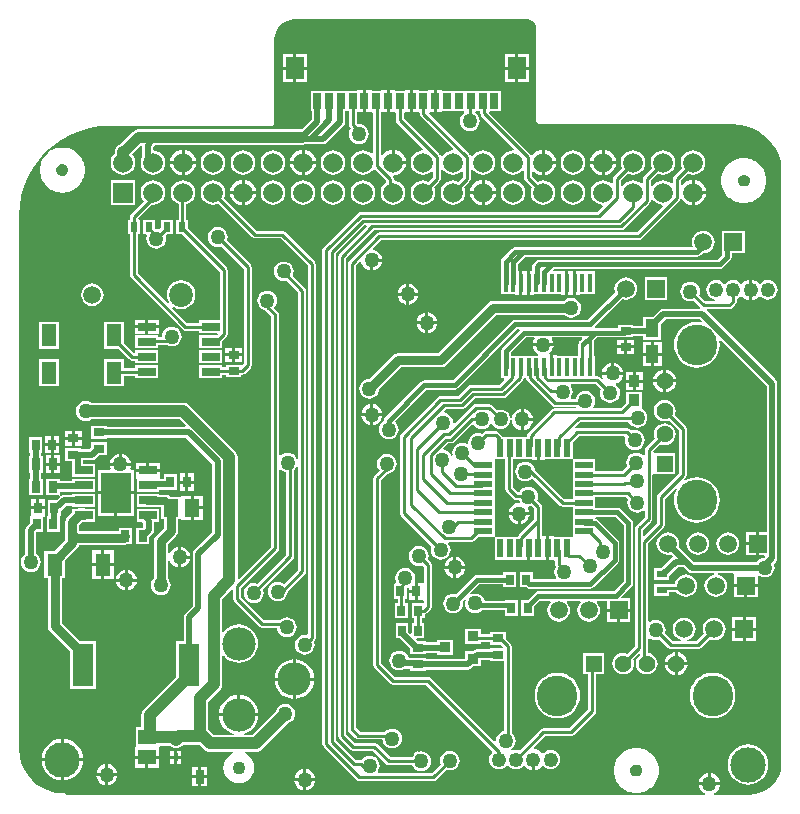
<source format=gbl>
G04*
G04 #@! TF.GenerationSoftware,Altium Limited,Altium Designer,19.0.11 (319)*
G04*
G04 Layer_Physical_Order=2*
G04 Layer_Color=16711680*
%FSLAX24Y24*%
%MOIN*%
G70*
G01*
G75*
%ADD10C,0.0100*%
%ADD52R,0.0374X0.0276*%
%ADD53R,0.0374X0.0354*%
%ADD54R,0.0374X0.0354*%
%ADD59R,0.0512X0.0591*%
%ADD66R,0.0236X0.0335*%
%ADD67C,0.0591*%
%ADD69R,0.0335X0.0236*%
%ADD73C,0.0400*%
%ADD74C,0.0200*%
%ADD75C,0.0300*%
%ADD76C,0.0150*%
%ADD78C,0.0492*%
%ADD79R,0.0591X0.0591*%
%ADD80C,0.0797*%
%ADD81C,0.1358*%
%ADD82C,0.0563*%
%ADD83R,0.0563X0.0563*%
%ADD84C,0.0433*%
%ADD85C,0.1114*%
%ADD86R,0.0563X0.0563*%
%ADD87R,0.0656X0.0656*%
%ADD88C,0.0656*%
%ADD89C,0.0500*%
%ADD90C,0.1181*%
%ADD91R,0.0165X0.0252*%
%ADD92R,0.0276X0.0374*%
%ADD93R,0.0591X0.0512*%
%ADD94R,0.0315X0.0453*%
%ADD95R,0.0374X0.0394*%
%ADD96R,0.0256X0.0354*%
%ADD97R,0.0512X0.0748*%
%ADD98R,0.0600X0.0256*%
%ADD99R,0.0177X0.0600*%
%ADD100R,0.0516X0.0760*%
%ADD101R,0.0600X0.0276*%
%ADD102R,0.1008X0.1358*%
%ADD103R,0.0709X0.1417*%
%ADD104R,0.0295X0.0394*%
%ADD105R,0.0354X0.0256*%
%ADD106R,0.0236X0.0591*%
%ADD107R,0.0591X0.0236*%
%ADD108R,0.0276X0.0531*%
%ADD109R,0.0591X0.0748*%
%ADD110R,0.0433X0.0610*%
%ADD111C,0.0250*%
%ADD112C,0.0350*%
G36*
X9550Y26019D02*
X17337D01*
Y26019D01*
X17410Y26009D01*
X17478Y25981D01*
X17536Y25936D01*
X17581Y25878D01*
X17609Y25810D01*
X17619Y25738D01*
X17619D01*
Y22650D01*
X17629Y22600D01*
X17657Y22557D01*
X17700Y22529D01*
X17750Y22519D01*
X24179D01*
X24183Y22520D01*
X24393Y22506D01*
X24604Y22464D01*
X24807Y22395D01*
X24999Y22300D01*
X25178Y22181D01*
X25339Y22039D01*
X25481Y21878D01*
X25600Y21699D01*
X25695Y21507D01*
X25764Y21304D01*
X25775Y21248D01*
Y996D01*
X25765Y954D01*
X25698Y792D01*
X25606Y642D01*
X25492Y508D01*
X25358Y394D01*
X25208Y302D01*
X25046Y235D01*
X24875Y194D01*
X24701Y180D01*
X24700Y181D01*
Y181D01*
X24695Y180D01*
X24650Y180D01*
X23538D01*
X23528Y230D01*
X23563Y244D01*
X23637Y300D01*
X23693Y373D01*
X23728Y459D01*
X23733Y500D01*
X23040D01*
X23046Y459D01*
X23081Y373D01*
X23137Y300D01*
X23210Y244D01*
X23246Y230D01*
X23236Y180D01*
X1955Y180D01*
X1947Y191D01*
X1904Y220D01*
X1854Y230D01*
Y230D01*
X1852Y228D01*
X1623Y246D01*
X1397Y300D01*
X1183Y389D01*
X985Y510D01*
X808Y661D01*
X658Y837D01*
X536Y1035D01*
X448Y1250D01*
X393Y1475D01*
X376Y1699D01*
X377Y1707D01*
X377Y19499D01*
X394Y19796D01*
X451Y20129D01*
X544Y20454D01*
X673Y20766D01*
X837Y21062D01*
X1032Y21337D01*
X1257Y21589D01*
X1509Y21814D01*
X1784Y22009D01*
X2080Y22173D01*
X2392Y22302D01*
X2717Y22395D01*
X3050Y22452D01*
X3337Y22468D01*
X3387Y22469D01*
X3387Y22469D01*
X3387Y22469D01*
X8750Y22469D01*
X8800Y22479D01*
X8843Y22507D01*
X8871Y22550D01*
X8881Y22600D01*
Y25350D01*
X8881Y25353D01*
X8893Y25481D01*
X8931Y25606D01*
X8993Y25722D01*
X9077Y25823D01*
X9178Y25907D01*
X9294Y25969D01*
X9419Y26007D01*
X9547Y26019D01*
X9550Y26019D01*
D02*
G37*
%LPC*%
G36*
X9960Y24867D02*
X9615D01*
Y24443D01*
X9960D01*
Y24867D01*
D02*
G37*
G36*
X9515D02*
X9170D01*
Y24443D01*
X9515D01*
Y24867D01*
D02*
G37*
G36*
X17362D02*
X17017D01*
Y24443D01*
X17362D01*
Y24867D01*
D02*
G37*
G36*
X16917D02*
X16571D01*
Y24443D01*
X16917D01*
Y24867D01*
D02*
G37*
G36*
X17362Y24343D02*
X17017D01*
Y23918D01*
X17362D01*
Y24343D01*
D02*
G37*
G36*
X16917D02*
X16571D01*
Y23918D01*
X16917D01*
Y24343D01*
D02*
G37*
G36*
X9960Y24343D02*
X9615D01*
Y23918D01*
X9960D01*
Y24343D01*
D02*
G37*
G36*
X9515D02*
X9170D01*
Y23918D01*
X9515D01*
Y24343D01*
D02*
G37*
G36*
X14200Y23666D02*
X14012D01*
Y23644D01*
X13700D01*
Y23666D01*
X13513D01*
Y23300D01*
Y22934D01*
X13700D01*
X13725Y22894D01*
Y22880D01*
X13735Y22830D01*
X13763Y22787D01*
X14844Y21707D01*
X14823Y21658D01*
X14735Y21646D01*
X14636Y21605D01*
X14551Y21540D01*
X14486Y21455D01*
X14476Y21453D01*
X14419Y21489D01*
X14390Y21532D01*
X13200Y22722D01*
Y22894D01*
X13225Y22934D01*
X13413D01*
Y23300D01*
Y23666D01*
X13225D01*
Y23644D01*
X12913D01*
Y23666D01*
X12725D01*
Y23300D01*
Y22934D01*
X12913D01*
X12938Y22894D01*
Y22668D01*
X12948Y22617D01*
X12976Y22575D01*
X13844Y21707D01*
X13823Y21658D01*
X13735Y21646D01*
X13636Y21605D01*
X13551Y21540D01*
X13486Y21455D01*
X13445Y21356D01*
X13431Y21250D01*
X13445Y21144D01*
X13486Y21045D01*
X13551Y20960D01*
X13636Y20895D01*
X13735Y20854D01*
X13841Y20840D01*
X13947Y20854D01*
X14046Y20895D01*
X14116Y20949D01*
X14166Y20929D01*
Y20761D01*
X14021Y20615D01*
X13947Y20646D01*
X13841Y20660D01*
X13735Y20646D01*
X13636Y20605D01*
X13551Y20540D01*
X13486Y20455D01*
X13445Y20356D01*
X13431Y20250D01*
X13445Y20144D01*
X13486Y20045D01*
X13551Y19960D01*
X13636Y19895D01*
X13735Y19854D01*
X13841Y19840D01*
X13947Y19854D01*
X14046Y19895D01*
X14131Y19960D01*
X14196Y20045D01*
X14237Y20144D01*
X14251Y20250D01*
X14237Y20356D01*
X14206Y20430D01*
X14390Y20614D01*
X14419Y20656D01*
X14429Y20707D01*
Y21052D01*
X14479Y21062D01*
X14486Y21045D01*
X14551Y20960D01*
X14636Y20895D01*
X14735Y20854D01*
X14841Y20840D01*
X14947Y20854D01*
X15046Y20895D01*
X15116Y20949D01*
X15166Y20929D01*
Y20761D01*
X15021Y20615D01*
X14947Y20646D01*
X14841Y20660D01*
X14735Y20646D01*
X14636Y20605D01*
X14551Y20540D01*
X14486Y20455D01*
X14445Y20356D01*
X14431Y20250D01*
X14445Y20144D01*
X14486Y20045D01*
X14551Y19960D01*
X14636Y19895D01*
X14735Y19854D01*
X14841Y19840D01*
X14947Y19854D01*
X15046Y19895D01*
X15131Y19960D01*
X15196Y20045D01*
X15237Y20144D01*
X15251Y20250D01*
X15237Y20356D01*
X15206Y20430D01*
X15390Y20614D01*
X15419Y20656D01*
X15429Y20707D01*
Y21052D01*
X15479Y21062D01*
X15486Y21045D01*
X15551Y20960D01*
X15636Y20895D01*
X15735Y20854D01*
X15841Y20840D01*
X15947Y20854D01*
X16046Y20895D01*
X16131Y20960D01*
X16196Y21045D01*
X16237Y21144D01*
X16251Y21250D01*
X16237Y21356D01*
X16196Y21455D01*
X16131Y21540D01*
X16046Y21605D01*
X15947Y21646D01*
X15841Y21660D01*
X15735Y21646D01*
X15636Y21605D01*
X15551Y21540D01*
X15486Y21455D01*
X15476Y21453D01*
X15419Y21489D01*
X15390Y21532D01*
X14038Y22884D01*
X14059Y22934D01*
X14200D01*
Y23300D01*
Y23666D01*
D02*
G37*
G36*
X12625D02*
X12437D01*
Y23644D01*
X12126D01*
Y23666D01*
X11938D01*
Y23300D01*
Y22934D01*
X12126D01*
X12166Y22911D01*
Y21571D01*
X12116Y21551D01*
X12046Y21605D01*
X11947Y21646D01*
X11841Y21660D01*
X11735Y21646D01*
X11636Y21605D01*
X11551Y21540D01*
X11486Y21455D01*
X11445Y21356D01*
X11431Y21250D01*
X11445Y21144D01*
X11486Y21045D01*
X11551Y20960D01*
X11636Y20895D01*
X11735Y20854D01*
X11841Y20840D01*
X11947Y20854D01*
X12046Y20895D01*
X12131Y20960D01*
X12173Y21016D01*
X12237Y21022D01*
X12238Y21022D01*
X12603Y20656D01*
Y20580D01*
X12551Y20540D01*
X12486Y20455D01*
X12445Y20356D01*
X12431Y20250D01*
X12445Y20144D01*
X12486Y20045D01*
X12551Y19960D01*
X12636Y19895D01*
X12735Y19854D01*
X12841Y19840D01*
X12947Y19854D01*
X13046Y19895D01*
X13131Y19960D01*
X13196Y20045D01*
X13237Y20144D01*
X13251Y20250D01*
X13237Y20356D01*
X13196Y20455D01*
X13131Y20540D01*
X13046Y20605D01*
X12947Y20646D01*
X12866Y20657D01*
Y20711D01*
X12856Y20761D01*
X12850Y20769D01*
X12875Y20823D01*
X12953Y20833D01*
X13057Y20876D01*
X13146Y20945D01*
X13215Y21034D01*
X13258Y21138D01*
X13266Y21200D01*
X12841D01*
Y21250D01*
X12791D01*
Y21675D01*
X12729Y21667D01*
X12625Y21624D01*
X12536Y21555D01*
X12479Y21481D01*
X12429Y21498D01*
Y22888D01*
X12437Y22934D01*
X12625D01*
Y23300D01*
Y23666D01*
D02*
G37*
G36*
X11838D02*
X11650D01*
Y23644D01*
X10096D01*
Y22956D01*
X10131D01*
Y22688D01*
X9801Y22359D01*
X9800Y22359D01*
X4342D01*
X4243Y22339D01*
X4159Y22283D01*
X3731Y21855D01*
X3700Y21842D01*
X3642Y21798D01*
X3597Y21739D01*
X3569Y21672D01*
X3560Y21599D01*
Y21547D01*
X3551Y21540D01*
X3486Y21455D01*
X3445Y21356D01*
X3431Y21250D01*
X3445Y21144D01*
X3486Y21045D01*
X3551Y20960D01*
X3636Y20895D01*
X3735Y20854D01*
X3841Y20840D01*
X3947Y20854D01*
X4046Y20895D01*
X4131Y20960D01*
X4196Y21045D01*
X4237Y21144D01*
X4251Y21250D01*
X4237Y21356D01*
X4196Y21455D01*
X4138Y21530D01*
X4431Y21823D01*
X4481Y21802D01*
Y21442D01*
X4445Y21356D01*
X4431Y21250D01*
X4445Y21144D01*
X4486Y21045D01*
X4551Y20960D01*
X4636Y20895D01*
X4735Y20854D01*
X4841Y20840D01*
X4947Y20854D01*
X5046Y20895D01*
X5131Y20960D01*
X5196Y21045D01*
X5237Y21144D01*
X5251Y21250D01*
X5237Y21356D01*
X5196Y21455D01*
X5131Y21540D01*
X5046Y21605D01*
X4947Y21646D01*
X4845Y21659D01*
Y21767D01*
X4919Y21841D01*
X9800D01*
X9899Y21861D01*
X9909Y21868D01*
X10520D01*
X10520Y21868D01*
X10590Y21882D01*
X10649Y21921D01*
X11198Y22470D01*
X11198Y22470D01*
X11237Y22529D01*
X11251Y22599D01*
Y22956D01*
X11363D01*
Y22515D01*
X11373Y22465D01*
X11401Y22422D01*
X11432Y22391D01*
X11413Y22366D01*
X11380Y22286D01*
X11368Y22201D01*
X11380Y22115D01*
X11413Y22035D01*
X11466Y21966D01*
X11534Y21914D01*
X11614Y21880D01*
X11700Y21869D01*
X11786Y21880D01*
X11866Y21914D01*
X11934Y21966D01*
X11987Y22035D01*
X12020Y22115D01*
X12032Y22201D01*
X12020Y22286D01*
X11987Y22366D01*
X11934Y22435D01*
X11866Y22488D01*
X11786Y22521D01*
X11700Y22532D01*
X11667Y22528D01*
X11625Y22569D01*
Y22894D01*
X11650Y22934D01*
X11838D01*
Y23300D01*
Y23666D01*
D02*
G37*
G36*
X14488D02*
X14300D01*
Y23300D01*
Y22934D01*
X14488D01*
Y22956D01*
X15196D01*
X15213Y22906D01*
X15166Y22869D01*
X15113Y22800D01*
X15080Y22720D01*
X15068Y22634D01*
X15080Y22549D01*
X15113Y22469D01*
X15166Y22400D01*
X15234Y22347D01*
X15314Y22314D01*
X15400Y22303D01*
X15486Y22314D01*
X15566Y22347D01*
X15634Y22400D01*
X15687Y22469D01*
X15720Y22549D01*
X15732Y22634D01*
X15720Y22720D01*
X15687Y22800D01*
X15634Y22869D01*
X15587Y22906D01*
X15604Y22956D01*
X15751D01*
Y22884D01*
X15761Y22834D01*
X15789Y22791D01*
X16878Y21703D01*
X16855Y21658D01*
X16841Y21660D01*
X16735Y21646D01*
X16636Y21605D01*
X16551Y21540D01*
X16486Y21455D01*
X16445Y21356D01*
X16431Y21250D01*
X16445Y21144D01*
X16486Y21045D01*
X16551Y20960D01*
X16636Y20895D01*
X16735Y20854D01*
X16841Y20840D01*
X16947Y20854D01*
X17046Y20895D01*
X17131Y20960D01*
X17164Y21003D01*
X17214Y20986D01*
Y20746D01*
X17224Y20696D01*
X17252Y20653D01*
X17475Y20430D01*
X17445Y20356D01*
X17431Y20250D01*
X17445Y20144D01*
X17486Y20045D01*
X17551Y19960D01*
X17636Y19895D01*
X17735Y19854D01*
X17841Y19840D01*
X17947Y19854D01*
X18046Y19895D01*
X18131Y19960D01*
X18196Y20045D01*
X18237Y20144D01*
X18251Y20250D01*
X18237Y20356D01*
X18196Y20455D01*
X18131Y20540D01*
X18046Y20605D01*
X17947Y20646D01*
X17841Y20660D01*
X17735Y20646D01*
X17661Y20615D01*
X17476Y20800D01*
Y20945D01*
X17524Y20961D01*
X17536Y20945D01*
X17625Y20876D01*
X17729Y20833D01*
X17791Y20825D01*
Y21250D01*
Y21675D01*
X17729Y21667D01*
X17625Y21624D01*
X17536Y21555D01*
X17501Y21510D01*
X17439Y21512D01*
X17438Y21514D01*
X16046Y22906D01*
X16067Y22956D01*
X16435D01*
Y23644D01*
X14488D01*
Y23666D01*
D02*
G37*
G36*
X19891Y21675D02*
Y21300D01*
X20266D01*
X20258Y21362D01*
X20215Y21466D01*
X20146Y21555D01*
X20057Y21624D01*
X19953Y21667D01*
X19891Y21675D01*
D02*
G37*
G36*
X9891D02*
Y21300D01*
X10266D01*
X10258Y21362D01*
X10215Y21466D01*
X10146Y21555D01*
X10057Y21624D01*
X9953Y21667D01*
X9891Y21675D01*
D02*
G37*
G36*
X5891D02*
Y21300D01*
X6266D01*
X6258Y21362D01*
X6215Y21466D01*
X6146Y21555D01*
X6057Y21624D01*
X5953Y21667D01*
X5891Y21675D01*
D02*
G37*
G36*
X17891D02*
Y21300D01*
X18266D01*
X18258Y21362D01*
X18215Y21466D01*
X18146Y21555D01*
X18057Y21624D01*
X17953Y21667D01*
X17891Y21675D01*
D02*
G37*
G36*
X12891D02*
Y21300D01*
X13266D01*
X13258Y21362D01*
X13215Y21466D01*
X13146Y21555D01*
X13057Y21624D01*
X12953Y21667D01*
X12891Y21675D01*
D02*
G37*
G36*
X19791D02*
X19729Y21667D01*
X19625Y21624D01*
X19536Y21555D01*
X19467Y21466D01*
X19424Y21362D01*
X19416Y21300D01*
X19791D01*
Y21675D01*
D02*
G37*
G36*
X9791D02*
X9729Y21667D01*
X9625Y21624D01*
X9536Y21555D01*
X9467Y21466D01*
X9424Y21362D01*
X9416Y21300D01*
X9791D01*
Y21675D01*
D02*
G37*
G36*
X5791D02*
X5729Y21667D01*
X5625Y21624D01*
X5536Y21555D01*
X5467Y21466D01*
X5424Y21362D01*
X5416Y21300D01*
X5791D01*
Y21675D01*
D02*
G37*
G36*
X22841Y21660D02*
X22735Y21646D01*
X22636Y21605D01*
X22551Y21540D01*
X22486Y21455D01*
X22445Y21356D01*
X22431Y21250D01*
X22445Y21144D01*
X22475Y21070D01*
X22205Y20799D01*
X22176Y20757D01*
X22166Y20707D01*
Y20571D01*
X22116Y20551D01*
X22046Y20605D01*
X21947Y20646D01*
X21841Y20660D01*
X21735Y20646D01*
X21636Y20605D01*
X21551Y20540D01*
X21486Y20455D01*
X21479Y20438D01*
X21429Y20448D01*
Y20652D01*
X21661Y20885D01*
X21735Y20854D01*
X21841Y20840D01*
X21947Y20854D01*
X22046Y20895D01*
X22131Y20960D01*
X22196Y21045D01*
X22237Y21144D01*
X22251Y21250D01*
X22237Y21356D01*
X22196Y21455D01*
X22131Y21540D01*
X22046Y21605D01*
X21947Y21646D01*
X21841Y21660D01*
X21735Y21646D01*
X21636Y21605D01*
X21551Y21540D01*
X21486Y21455D01*
X21445Y21356D01*
X21431Y21250D01*
X21445Y21144D01*
X21475Y21070D01*
X21205Y20799D01*
X21176Y20757D01*
X21166Y20707D01*
Y20571D01*
X21116Y20551D01*
X21046Y20605D01*
X20947Y20646D01*
X20841Y20660D01*
X20735Y20646D01*
X20636Y20605D01*
X20551Y20540D01*
X20486Y20455D01*
X20479Y20438D01*
X20429Y20448D01*
Y20652D01*
X20661Y20885D01*
X20735Y20854D01*
X20841Y20840D01*
X20947Y20854D01*
X21046Y20895D01*
X21131Y20960D01*
X21196Y21045D01*
X21237Y21144D01*
X21251Y21250D01*
X21237Y21356D01*
X21196Y21455D01*
X21131Y21540D01*
X21046Y21605D01*
X20947Y21646D01*
X20841Y21660D01*
X20735Y21646D01*
X20636Y21605D01*
X20551Y21540D01*
X20486Y21455D01*
X20445Y21356D01*
X20431Y21250D01*
X20445Y21144D01*
X20475Y21070D01*
X20205Y20799D01*
X20176Y20757D01*
X20166Y20707D01*
Y20571D01*
X20116Y20551D01*
X20046Y20605D01*
X19947Y20646D01*
X19841Y20660D01*
X19735Y20646D01*
X19636Y20605D01*
X19551Y20540D01*
X19486Y20455D01*
X19445Y20356D01*
X19431Y20250D01*
X19445Y20144D01*
X19486Y20045D01*
X19551Y19960D01*
X19636Y19895D01*
X19735Y19854D01*
X19823Y19842D01*
X19844Y19793D01*
X19661Y19610D01*
X11760D01*
X11710Y19600D01*
X11667Y19572D01*
X10528Y18433D01*
X10500Y18390D01*
X10490Y18340D01*
Y1874D01*
X10500Y1824D01*
X10528Y1781D01*
X11631Y678D01*
X11674Y650D01*
X11724Y640D01*
X14187D01*
X14237Y650D01*
X14280Y678D01*
X14611Y1010D01*
X14646Y996D01*
X14732Y984D01*
X14817Y996D01*
X14897Y1029D01*
X14966Y1081D01*
X15019Y1150D01*
X15052Y1230D01*
X15063Y1316D01*
X15052Y1402D01*
X15019Y1482D01*
X14966Y1550D01*
X14897Y1603D01*
X14817Y1636D01*
X14732Y1647D01*
X14646Y1636D01*
X14566Y1603D01*
X14497Y1550D01*
X14444Y1482D01*
X14411Y1402D01*
X14400Y1316D01*
X14411Y1230D01*
X14426Y1195D01*
X14133Y903D01*
X12355D01*
X12331Y953D01*
X12355Y984D01*
X12388Y1064D01*
X12399Y1150D01*
X12388Y1236D01*
X12355Y1316D01*
X12302Y1384D01*
X12234Y1437D01*
X12154Y1470D01*
X12068Y1482D01*
X11982Y1470D01*
X11902Y1437D01*
X11833Y1384D01*
X11791Y1329D01*
X11781Y1331D01*
X11602D01*
X10931Y2002D01*
Y18211D01*
X11889Y19169D01*
X11954D01*
X11973Y19123D01*
X11057Y18207D01*
X11029Y18164D01*
X11019Y18114D01*
X11019Y3244D01*
Y2138D01*
X11029Y2087D01*
X11057Y2045D01*
X11413Y1689D01*
X11456Y1660D01*
X11506Y1650D01*
X12163D01*
X12612Y1202D01*
X12655Y1173D01*
X12705Y1163D01*
X13481D01*
X13495Y1129D01*
X13548Y1060D01*
X13617Y1007D01*
X13697Y974D01*
X13782Y963D01*
X13868Y974D01*
X13948Y1007D01*
X14017Y1060D01*
X14070Y1129D01*
X14103Y1209D01*
X14114Y1294D01*
X14103Y1380D01*
X14070Y1460D01*
X14017Y1529D01*
X13948Y1582D01*
X13868Y1615D01*
X13782Y1626D01*
X13705Y1616D01*
X13656Y1625D01*
X13606Y1615D01*
X13563Y1587D01*
X13535Y1544D01*
X13526Y1500D01*
X13495Y1460D01*
X13481Y1426D01*
X12759D01*
X12310Y1875D01*
X12268Y1903D01*
X12218Y1913D01*
X11560D01*
X11281Y2192D01*
Y3244D01*
X11281Y18060D01*
X12212Y18990D01*
X20443D01*
X20493Y19000D01*
X20536Y19028D01*
X21390Y19883D01*
X21419Y19926D01*
X21429Y19976D01*
Y20052D01*
X21479Y20062D01*
X21486Y20045D01*
X21551Y19960D01*
X21636Y19895D01*
X21735Y19854D01*
X21823Y19842D01*
X21844Y19793D01*
X20971Y18920D01*
X12382D01*
X12332Y18910D01*
X12289Y18881D01*
X11373Y17965D01*
X11344Y17923D01*
X11334Y17872D01*
X11334Y2366D01*
X11344Y2315D01*
X11373Y2273D01*
X11588Y2057D01*
X11631Y2029D01*
X11681Y2019D01*
X12484D01*
X12491Y1964D01*
X12524Y1884D01*
X12577Y1816D01*
X12646Y1763D01*
X12726Y1730D01*
X12812Y1718D01*
X12897Y1730D01*
X12977Y1763D01*
X13046Y1816D01*
X13099Y1884D01*
X13132Y1964D01*
X13143Y2050D01*
X13132Y2136D01*
X13099Y2216D01*
X13046Y2284D01*
X12977Y2337D01*
X12897Y2370D01*
X12812Y2382D01*
X12726Y2370D01*
X12646Y2337D01*
X12577Y2284D01*
X12575Y2281D01*
X11735D01*
X11597Y2420D01*
X11597Y17818D01*
X11738Y17959D01*
X11785Y17943D01*
X11790Y17909D01*
X11825Y17823D01*
X11881Y17750D01*
X11954Y17694D01*
X12039Y17659D01*
X12081Y17654D01*
Y18000D01*
X12131D01*
Y18050D01*
X12477D01*
X12472Y18091D01*
X12437Y18177D01*
X12380Y18250D01*
X12307Y18306D01*
X12222Y18341D01*
X12188Y18346D01*
X12172Y18393D01*
X12436Y18657D01*
X21025D01*
X21075Y18667D01*
X21118Y18696D01*
X22390Y19968D01*
X22419Y20011D01*
X22420Y20018D01*
X22445Y20026D01*
X22473Y20027D01*
X22536Y19945D01*
X22625Y19876D01*
X22729Y19833D01*
X22791Y19825D01*
Y20250D01*
Y20675D01*
X22729Y20667D01*
X22625Y20624D01*
X22536Y20555D01*
X22479Y20481D01*
X22429Y20498D01*
Y20652D01*
X22661Y20885D01*
X22735Y20854D01*
X22841Y20840D01*
X22947Y20854D01*
X23046Y20895D01*
X23131Y20960D01*
X23196Y21045D01*
X23237Y21144D01*
X23251Y21250D01*
X23237Y21356D01*
X23196Y21455D01*
X23131Y21540D01*
X23046Y21605D01*
X22947Y21646D01*
X22841Y21660D01*
D02*
G37*
G36*
X18841D02*
X18735Y21646D01*
X18636Y21605D01*
X18551Y21540D01*
X18486Y21455D01*
X18445Y21356D01*
X18431Y21250D01*
X18445Y21144D01*
X18486Y21045D01*
X18551Y20960D01*
X18636Y20895D01*
X18735Y20854D01*
X18841Y20840D01*
X18947Y20854D01*
X19046Y20895D01*
X19131Y20960D01*
X19196Y21045D01*
X19237Y21144D01*
X19251Y21250D01*
X19237Y21356D01*
X19196Y21455D01*
X19131Y21540D01*
X19046Y21605D01*
X18947Y21646D01*
X18841Y21660D01*
D02*
G37*
G36*
X10841D02*
X10735Y21646D01*
X10636Y21605D01*
X10551Y21540D01*
X10486Y21455D01*
X10445Y21356D01*
X10431Y21250D01*
X10445Y21144D01*
X10486Y21045D01*
X10551Y20960D01*
X10636Y20895D01*
X10735Y20854D01*
X10841Y20840D01*
X10947Y20854D01*
X11046Y20895D01*
X11131Y20960D01*
X11196Y21045D01*
X11237Y21144D01*
X11251Y21250D01*
X11237Y21356D01*
X11196Y21455D01*
X11131Y21540D01*
X11046Y21605D01*
X10947Y21646D01*
X10841Y21660D01*
D02*
G37*
G36*
X8841D02*
X8735Y21646D01*
X8636Y21605D01*
X8551Y21540D01*
X8486Y21455D01*
X8445Y21356D01*
X8431Y21250D01*
X8445Y21144D01*
X8486Y21045D01*
X8551Y20960D01*
X8636Y20895D01*
X8735Y20854D01*
X8841Y20840D01*
X8947Y20854D01*
X9046Y20895D01*
X9131Y20960D01*
X9196Y21045D01*
X9237Y21144D01*
X9251Y21250D01*
X9237Y21356D01*
X9196Y21455D01*
X9131Y21540D01*
X9046Y21605D01*
X8947Y21646D01*
X8841Y21660D01*
D02*
G37*
G36*
X7841D02*
X7735Y21646D01*
X7636Y21605D01*
X7551Y21540D01*
X7486Y21455D01*
X7445Y21356D01*
X7431Y21250D01*
X7445Y21144D01*
X7486Y21045D01*
X7551Y20960D01*
X7636Y20895D01*
X7735Y20854D01*
X7841Y20840D01*
X7947Y20854D01*
X8046Y20895D01*
X8131Y20960D01*
X8196Y21045D01*
X8237Y21144D01*
X8251Y21250D01*
X8237Y21356D01*
X8196Y21455D01*
X8131Y21540D01*
X8046Y21605D01*
X7947Y21646D01*
X7841Y21660D01*
D02*
G37*
G36*
X6841D02*
X6735Y21646D01*
X6636Y21605D01*
X6551Y21540D01*
X6486Y21455D01*
X6445Y21356D01*
X6431Y21250D01*
X6445Y21144D01*
X6486Y21045D01*
X6551Y20960D01*
X6636Y20895D01*
X6735Y20854D01*
X6841Y20840D01*
X6947Y20854D01*
X7046Y20895D01*
X7131Y20960D01*
X7196Y21045D01*
X7237Y21144D01*
X7251Y21250D01*
X7237Y21356D01*
X7196Y21455D01*
X7131Y21540D01*
X7046Y21605D01*
X6947Y21646D01*
X6841Y21660D01*
D02*
G37*
G36*
X20266Y21200D02*
X19891D01*
Y20825D01*
X19953Y20833D01*
X20057Y20876D01*
X20146Y20945D01*
X20215Y21034D01*
X20258Y21138D01*
X20266Y21200D01*
D02*
G37*
G36*
X18266D02*
X17891D01*
Y20825D01*
X17953Y20833D01*
X18057Y20876D01*
X18146Y20945D01*
X18215Y21034D01*
X18258Y21138D01*
X18266Y21200D01*
D02*
G37*
G36*
X10266D02*
X9891D01*
Y20825D01*
X9953Y20833D01*
X10057Y20876D01*
X10146Y20945D01*
X10215Y21034D01*
X10258Y21138D01*
X10266Y21200D01*
D02*
G37*
G36*
X6266D02*
X5891D01*
Y20825D01*
X5953Y20833D01*
X6057Y20876D01*
X6146Y20945D01*
X6215Y21034D01*
X6258Y21138D01*
X6266Y21200D01*
D02*
G37*
G36*
X19791D02*
X19416D01*
X19424Y21138D01*
X19467Y21034D01*
X19536Y20945D01*
X19625Y20876D01*
X19729Y20833D01*
X19791Y20825D01*
Y21200D01*
D02*
G37*
G36*
X9791D02*
X9416D01*
X9424Y21138D01*
X9467Y21034D01*
X9536Y20945D01*
X9625Y20876D01*
X9729Y20833D01*
X9791Y20825D01*
Y21200D01*
D02*
G37*
G36*
X5791D02*
X5416D01*
X5424Y21138D01*
X5467Y21034D01*
X5536Y20945D01*
X5625Y20876D01*
X5729Y20833D01*
X5791Y20825D01*
Y21200D01*
D02*
G37*
G36*
X15891Y20675D02*
Y20300D01*
X16266D01*
X16258Y20362D01*
X16215Y20466D01*
X16146Y20555D01*
X16057Y20624D01*
X15953Y20667D01*
X15891Y20675D01*
D02*
G37*
G36*
X22891D02*
Y20300D01*
X23266D01*
X23258Y20362D01*
X23215Y20466D01*
X23146Y20555D01*
X23057Y20624D01*
X22953Y20667D01*
X22891Y20675D01*
D02*
G37*
G36*
X7891D02*
Y20300D01*
X8266D01*
X8258Y20362D01*
X8215Y20466D01*
X8146Y20555D01*
X8057Y20624D01*
X7953Y20667D01*
X7891Y20675D01*
D02*
G37*
G36*
X15791D02*
X15729Y20667D01*
X15625Y20624D01*
X15536Y20555D01*
X15467Y20466D01*
X15424Y20362D01*
X15416Y20300D01*
X15791D01*
Y20675D01*
D02*
G37*
G36*
X7791D02*
X7729Y20667D01*
X7625Y20624D01*
X7536Y20555D01*
X7467Y20466D01*
X7424Y20362D01*
X7416Y20300D01*
X7791D01*
Y20675D01*
D02*
G37*
G36*
X1884Y21750D02*
X1752D01*
X1744Y21748D01*
X1736D01*
X1607Y21722D01*
X1600Y21719D01*
X1592Y21718D01*
X1470Y21667D01*
X1463Y21663D01*
X1456Y21660D01*
X1346Y21587D01*
X1341Y21581D01*
X1334Y21577D01*
X1241Y21483D01*
X1237Y21477D01*
X1231Y21471D01*
X1158Y21362D01*
X1155Y21354D01*
X1150Y21348D01*
X1100Y21226D01*
X1098Y21218D01*
X1095Y21211D01*
X1070Y21082D01*
Y21074D01*
X1068Y21066D01*
Y20934D01*
X1070Y20926D01*
Y20918D01*
X1095Y20789D01*
X1098Y20782D01*
X1100Y20774D01*
X1150Y20652D01*
X1155Y20646D01*
X1158Y20638D01*
X1231Y20529D01*
X1237Y20523D01*
X1241Y20517D01*
X1334Y20423D01*
X1341Y20419D01*
X1346Y20413D01*
X1456Y20340D01*
X1463Y20337D01*
X1470Y20333D01*
X1592Y20282D01*
X1600Y20281D01*
X1607Y20278D01*
X1736Y20252D01*
X1744D01*
X1752Y20250D01*
X1884D01*
X1891Y20252D01*
X1899D01*
X2029Y20278D01*
X2036Y20281D01*
X2044Y20282D01*
X2165Y20333D01*
X2172Y20337D01*
X2179Y20340D01*
X2289Y20413D01*
X2295Y20419D01*
X2301Y20423D01*
X2394Y20517D01*
X2399Y20523D01*
X2404Y20529D01*
X2478Y20638D01*
X2481Y20646D01*
X2485Y20652D01*
X2535Y20774D01*
X2537Y20782D01*
X2540Y20789D01*
X2566Y20918D01*
Y20926D01*
X2567Y20934D01*
Y21066D01*
X2566Y21074D01*
Y21082D01*
X2540Y21211D01*
X2537Y21218D01*
X2535Y21226D01*
X2485Y21348D01*
X2481Y21354D01*
X2478Y21362D01*
X2404Y21471D01*
X2399Y21477D01*
X2394Y21483D01*
X2301Y21577D01*
X2295Y21581D01*
X2289Y21587D01*
X2179Y21660D01*
X2172Y21663D01*
X2165Y21667D01*
X2044Y21718D01*
X2036Y21719D01*
X2029Y21722D01*
X1899Y21748D01*
X1891D01*
X1884Y21750D01*
D02*
G37*
G36*
X24600Y21400D02*
X24468D01*
X24460Y21398D01*
X24453D01*
X24323Y21372D01*
X24316Y21369D01*
X24308Y21368D01*
X24186Y21317D01*
X24180Y21313D01*
X24172Y21310D01*
X24063Y21237D01*
X24057Y21231D01*
X24051Y21227D01*
X23957Y21133D01*
X23953Y21127D01*
X23947Y21121D01*
X23874Y21012D01*
X23871Y21004D01*
X23867Y20998D01*
X23816Y20876D01*
X23815Y20868D01*
X23812Y20861D01*
X23786Y20732D01*
Y20724D01*
X23785Y20716D01*
Y20584D01*
X23786Y20576D01*
Y20568D01*
X23812Y20439D01*
X23815Y20432D01*
X23816Y20424D01*
X23867Y20302D01*
X23871Y20296D01*
X23874Y20288D01*
X23947Y20179D01*
X23953Y20173D01*
X23957Y20167D01*
X24051Y20073D01*
X24057Y20069D01*
X24063Y20063D01*
X24172Y19990D01*
X24180Y19987D01*
X24186Y19983D01*
X24308Y19932D01*
X24316Y19931D01*
X24323Y19928D01*
X24453Y19902D01*
X24460D01*
X24468Y19900D01*
X24600D01*
X24608Y19902D01*
X24616D01*
X24745Y19928D01*
X24752Y19931D01*
X24760Y19932D01*
X24882Y19983D01*
X24888Y19987D01*
X24896Y19990D01*
X25005Y20063D01*
X25011Y20069D01*
X25017Y20073D01*
X25111Y20167D01*
X25115Y20173D01*
X25121Y20179D01*
X25194Y20288D01*
X25197Y20296D01*
X25201Y20302D01*
X25252Y20424D01*
X25253Y20432D01*
X25256Y20439D01*
X25282Y20568D01*
Y20576D01*
X25284Y20584D01*
Y20716D01*
X25282Y20724D01*
Y20732D01*
X25256Y20861D01*
X25253Y20868D01*
X25252Y20876D01*
X25201Y20998D01*
X25197Y21004D01*
X25194Y21012D01*
X25121Y21121D01*
X25115Y21127D01*
X25111Y21133D01*
X25017Y21227D01*
X25011Y21231D01*
X25005Y21237D01*
X24896Y21310D01*
X24888Y21313D01*
X24882Y21317D01*
X24760Y21368D01*
X24752Y21369D01*
X24745Y21372D01*
X24616Y21398D01*
X24608D01*
X24600Y21400D01*
D02*
G37*
G36*
X4247Y20656D02*
X3434D01*
Y19843D01*
X4247D01*
Y20656D01*
D02*
G37*
G36*
X18841Y20660D02*
X18735Y20646D01*
X18636Y20605D01*
X18551Y20540D01*
X18486Y20455D01*
X18445Y20356D01*
X18431Y20250D01*
X18445Y20144D01*
X18486Y20045D01*
X18551Y19960D01*
X18636Y19895D01*
X18735Y19854D01*
X18841Y19840D01*
X18947Y19854D01*
X19046Y19895D01*
X19131Y19960D01*
X19196Y20045D01*
X19237Y20144D01*
X19251Y20250D01*
X19237Y20356D01*
X19196Y20455D01*
X19131Y20540D01*
X19046Y20605D01*
X18947Y20646D01*
X18841Y20660D01*
D02*
G37*
G36*
X16841D02*
X16735Y20646D01*
X16636Y20605D01*
X16551Y20540D01*
X16486Y20455D01*
X16445Y20356D01*
X16431Y20250D01*
X16445Y20144D01*
X16486Y20045D01*
X16551Y19960D01*
X16636Y19895D01*
X16735Y19854D01*
X16841Y19840D01*
X16947Y19854D01*
X17046Y19895D01*
X17131Y19960D01*
X17196Y20045D01*
X17237Y20144D01*
X17251Y20250D01*
X17237Y20356D01*
X17196Y20455D01*
X17131Y20540D01*
X17046Y20605D01*
X16947Y20646D01*
X16841Y20660D01*
D02*
G37*
G36*
X11841D02*
X11735Y20646D01*
X11636Y20605D01*
X11551Y20540D01*
X11486Y20455D01*
X11445Y20356D01*
X11431Y20250D01*
X11445Y20144D01*
X11486Y20045D01*
X11551Y19960D01*
X11636Y19895D01*
X11735Y19854D01*
X11841Y19840D01*
X11947Y19854D01*
X12046Y19895D01*
X12131Y19960D01*
X12196Y20045D01*
X12237Y20144D01*
X12251Y20250D01*
X12237Y20356D01*
X12196Y20455D01*
X12131Y20540D01*
X12046Y20605D01*
X11947Y20646D01*
X11841Y20660D01*
D02*
G37*
G36*
X10841D02*
X10735Y20646D01*
X10636Y20605D01*
X10551Y20540D01*
X10486Y20455D01*
X10445Y20356D01*
X10431Y20250D01*
X10445Y20144D01*
X10486Y20045D01*
X10551Y19960D01*
X10636Y19895D01*
X10735Y19854D01*
X10841Y19840D01*
X10947Y19854D01*
X11046Y19895D01*
X11131Y19960D01*
X11196Y20045D01*
X11237Y20144D01*
X11251Y20250D01*
X11237Y20356D01*
X11196Y20455D01*
X11131Y20540D01*
X11046Y20605D01*
X10947Y20646D01*
X10841Y20660D01*
D02*
G37*
G36*
X9841D02*
X9735Y20646D01*
X9636Y20605D01*
X9551Y20540D01*
X9486Y20455D01*
X9445Y20356D01*
X9431Y20250D01*
X9445Y20144D01*
X9486Y20045D01*
X9551Y19960D01*
X9636Y19895D01*
X9735Y19854D01*
X9841Y19840D01*
X9947Y19854D01*
X10046Y19895D01*
X10131Y19960D01*
X10196Y20045D01*
X10237Y20144D01*
X10251Y20250D01*
X10237Y20356D01*
X10196Y20455D01*
X10131Y20540D01*
X10046Y20605D01*
X9947Y20646D01*
X9841Y20660D01*
D02*
G37*
G36*
X8841D02*
X8735Y20646D01*
X8636Y20605D01*
X8551Y20540D01*
X8486Y20455D01*
X8445Y20356D01*
X8431Y20250D01*
X8445Y20144D01*
X8486Y20045D01*
X8551Y19960D01*
X8636Y19895D01*
X8735Y19854D01*
X8841Y19840D01*
X8947Y19854D01*
X9046Y19895D01*
X9131Y19960D01*
X9196Y20045D01*
X9237Y20144D01*
X9251Y20250D01*
X9237Y20356D01*
X9196Y20455D01*
X9131Y20540D01*
X9046Y20605D01*
X8947Y20646D01*
X8841Y20660D01*
D02*
G37*
G36*
X5841D02*
X5735Y20646D01*
X5636Y20605D01*
X5551Y20540D01*
X5486Y20455D01*
X5445Y20356D01*
X5431Y20250D01*
X5445Y20144D01*
X5486Y20045D01*
X5551Y19960D01*
X5636Y19895D01*
X5692Y19872D01*
Y19346D01*
X5609D01*
Y18854D01*
X5817D01*
X7067Y17604D01*
Y15984D01*
X6390D01*
Y15909D01*
X5976D01*
X5473Y16412D01*
X5506Y16450D01*
X5534Y16428D01*
X5650Y16380D01*
X5775Y16364D01*
X5899Y16380D01*
X6016Y16428D01*
X6115Y16505D01*
X6192Y16605D01*
X6240Y16721D01*
X6256Y16845D01*
X6240Y16970D01*
X6192Y17086D01*
X6115Y17186D01*
X6016Y17262D01*
X5899Y17311D01*
X5775Y17327D01*
X5650Y17311D01*
X5534Y17262D01*
X5434Y17186D01*
X5358Y17086D01*
X5310Y16970D01*
X5293Y16845D01*
X5310Y16721D01*
X5358Y16605D01*
X5379Y16577D01*
X5342Y16544D01*
X4325Y17560D01*
Y18854D01*
X4391D01*
Y19346D01*
X4361D01*
X4341Y19396D01*
X4791Y19847D01*
X4841Y19840D01*
X4947Y19854D01*
X5046Y19895D01*
X5131Y19960D01*
X5196Y20045D01*
X5237Y20144D01*
X5251Y20250D01*
X5237Y20356D01*
X5196Y20455D01*
X5131Y20540D01*
X5046Y20605D01*
X4947Y20646D01*
X4841Y20660D01*
X4735Y20646D01*
X4636Y20605D01*
X4551Y20540D01*
X4486Y20455D01*
X4445Y20356D01*
X4431Y20250D01*
X4445Y20144D01*
X4486Y20045D01*
X4543Y19970D01*
X4101Y19528D01*
X4073Y19485D01*
X4063Y19435D01*
Y19346D01*
X3997D01*
Y18854D01*
X4063D01*
Y17506D01*
X4073Y17455D01*
X4101Y17413D01*
X5829Y15685D01*
X5872Y15656D01*
X5922Y15646D01*
X6390D01*
Y15571D01*
X6984D01*
X7003Y15525D01*
X6963Y15484D01*
X6390D01*
Y15071D01*
X7148D01*
Y15299D01*
X7291Y15442D01*
X7320Y15484D01*
X7330Y15534D01*
Y17658D01*
X7320Y17709D01*
X7291Y17751D01*
X6003Y19040D01*
Y19346D01*
X5955D01*
Y19857D01*
X6046Y19895D01*
X6131Y19960D01*
X6196Y20045D01*
X6237Y20144D01*
X6251Y20250D01*
X6237Y20356D01*
X6196Y20455D01*
X6131Y20540D01*
X6046Y20605D01*
X5947Y20646D01*
X5841Y20660D01*
D02*
G37*
G36*
X23266Y20200D02*
X22891D01*
Y19825D01*
X22953Y19833D01*
X23057Y19876D01*
X23146Y19945D01*
X23215Y20034D01*
X23258Y20138D01*
X23266Y20200D01*
D02*
G37*
G36*
X16266D02*
X15891D01*
Y19825D01*
X15953Y19833D01*
X16057Y19876D01*
X16146Y19945D01*
X16215Y20034D01*
X16258Y20138D01*
X16266Y20200D01*
D02*
G37*
G36*
X8266D02*
X7891D01*
Y19825D01*
X7953Y19833D01*
X8057Y19876D01*
X8146Y19945D01*
X8215Y20034D01*
X8258Y20138D01*
X8266Y20200D01*
D02*
G37*
G36*
X15791D02*
X15416D01*
X15424Y20138D01*
X15467Y20034D01*
X15536Y19945D01*
X15625Y19876D01*
X15729Y19833D01*
X15791Y19825D01*
Y20200D01*
D02*
G37*
G36*
X7791D02*
X7416D01*
X7424Y20138D01*
X7467Y20034D01*
X7536Y19945D01*
X7625Y19876D01*
X7729Y19833D01*
X7791Y19825D01*
Y20200D01*
D02*
G37*
G36*
X5491Y19346D02*
X5097D01*
Y19051D01*
X5056Y19019D01*
X5036Y19027D01*
X4950Y19038D01*
X4903Y19082D01*
Y19346D01*
X4509D01*
Y18854D01*
X4610D01*
X4638Y18812D01*
X4630Y18793D01*
X4618Y18707D01*
X4630Y18621D01*
X4663Y18541D01*
X4716Y18472D01*
X4784Y18420D01*
X4864Y18386D01*
X4950Y18375D01*
X5036Y18386D01*
X5116Y18420D01*
X5184Y18472D01*
X5237Y18541D01*
X5270Y18621D01*
X5282Y18707D01*
X5270Y18793D01*
X5262Y18813D01*
X5294Y18854D01*
X5491D01*
Y19346D01*
D02*
G37*
G36*
X23189Y18977D02*
X23091Y18964D01*
X23000Y18927D01*
X22922Y18867D01*
X22862Y18789D01*
X22824Y18698D01*
X22811Y18600D01*
X22824Y18502D01*
X22837Y18472D01*
X22809Y18430D01*
X17173D01*
X17135Y18422D01*
X16907D01*
X16847Y18410D01*
X16796Y18376D01*
X16480Y18061D01*
X16446Y18010D01*
X16435Y17950D01*
Y17619D01*
X16425D01*
Y16861D01*
X16916D01*
Y16839D01*
X17054D01*
Y17240D01*
Y17640D01*
X17005D01*
Y17883D01*
X17238Y18117D01*
X22987D01*
X23047Y18128D01*
X23098Y18162D01*
X23162Y18226D01*
X23189Y18223D01*
X23286Y18236D01*
X23377Y18273D01*
X23455Y18333D01*
X23515Y18411D01*
X23553Y18502D01*
X23566Y18600D01*
X23553Y18698D01*
X23515Y18789D01*
X23455Y18867D01*
X23377Y18927D01*
X23286Y18964D01*
X23189Y18977D01*
D02*
G37*
G36*
X12477Y17950D02*
X12181D01*
Y17654D01*
X12222Y17659D01*
X12307Y17694D01*
X12380Y17750D01*
X12437Y17823D01*
X12472Y17909D01*
X12477Y17950D01*
D02*
G37*
G36*
X13390Y17208D02*
Y16911D01*
X13686D01*
X13681Y16953D01*
X13646Y17038D01*
X13590Y17111D01*
X13516Y17167D01*
X13431Y17202D01*
X13390Y17208D01*
D02*
G37*
G36*
X13290D02*
X13249Y17202D01*
X13163Y17167D01*
X13090Y17111D01*
X13034Y17038D01*
X12999Y16953D01*
X12994Y16911D01*
X13290D01*
Y17208D01*
D02*
G37*
G36*
X19084Y17640D02*
X18946D01*
Y17240D01*
Y16839D01*
X19084D01*
Y16861D01*
X19575D01*
Y17619D01*
X19084D01*
Y17640D01*
D02*
G37*
G36*
X18846D02*
X18690D01*
Y17240D01*
Y16839D01*
X18846D01*
Y17240D01*
Y17640D01*
D02*
G37*
G36*
X24563Y18974D02*
X23815D01*
Y18226D01*
X23822D01*
Y18170D01*
X23663Y18011D01*
X17723D01*
X17663Y17999D01*
X17613Y17965D01*
X17519Y17872D01*
X17485Y17821D01*
X17473Y17761D01*
Y17640D01*
X17410D01*
Y17240D01*
Y16839D01*
X17549D01*
Y16861D01*
X18451D01*
Y16839D01*
X18590D01*
Y17240D01*
Y17640D01*
X18451D01*
Y17619D01*
X18188D01*
X18169Y17665D01*
X18201Y17698D01*
X23728D01*
X23788Y17710D01*
X23839Y17744D01*
X24090Y17994D01*
X24124Y18045D01*
X24135Y18105D01*
Y18226D01*
X24563D01*
Y18974D01*
D02*
G37*
G36*
X17310Y17640D02*
X17154D01*
Y17240D01*
Y16839D01*
X17310D01*
Y17240D01*
Y17640D01*
D02*
G37*
G36*
X24813Y17348D02*
Y17006D01*
Y16663D01*
X24854Y16669D01*
X24938Y16704D01*
X25010Y16759D01*
X25039Y16797D01*
X25089D01*
X25107Y16774D01*
X25174Y16722D01*
X25253Y16689D01*
X25338Y16678D01*
X25423Y16689D01*
X25502Y16722D01*
X25570Y16774D01*
X25622Y16842D01*
X25655Y16921D01*
X25666Y17006D01*
X25655Y17091D01*
X25622Y17170D01*
X25570Y17237D01*
X25502Y17290D01*
X25423Y17322D01*
X25338Y17333D01*
X25253Y17322D01*
X25174Y17290D01*
X25107Y17237D01*
X25089Y17215D01*
X25039D01*
X25010Y17253D01*
X24938Y17308D01*
X24854Y17343D01*
X24813Y17348D01*
D02*
G37*
G36*
X21974Y17424D02*
X21226D01*
Y16676D01*
X21974D01*
Y17424D01*
D02*
G37*
G36*
X20600Y17427D02*
X20502Y17414D01*
X20411Y17377D01*
X20333Y17317D01*
X20273Y17239D01*
X20236Y17148D01*
X20223Y17050D01*
X20236Y16952D01*
X20249Y16920D01*
X19344Y16016D01*
X16918D01*
X16858Y16004D01*
X16807Y15970D01*
X14828Y13990D01*
X13887D01*
X13827Y13979D01*
X13776Y13945D01*
X12589Y12758D01*
X12555Y12707D01*
X12543Y12647D01*
Y12641D01*
X12534Y12637D01*
X12466Y12584D01*
X12413Y12516D01*
X12380Y12436D01*
X12368Y12350D01*
X12380Y12264D01*
X12413Y12184D01*
X12466Y12116D01*
X12534Y12063D01*
X12614Y12030D01*
X12700Y12018D01*
X12786Y12030D01*
X12866Y12063D01*
X12934Y12116D01*
X12987Y12184D01*
X13020Y12264D01*
X13032Y12350D01*
X13020Y12436D01*
X12987Y12516D01*
X12934Y12584D01*
X12922Y12594D01*
X12919Y12644D01*
X13952Y13677D01*
X14893D01*
X14953Y13689D01*
X15003Y13723D01*
X16983Y15702D01*
X17039D01*
X17060Y15652D01*
X16495Y15088D01*
X16461Y15037D01*
X16449Y14977D01*
Y14814D01*
X16425D01*
Y14056D01*
X16533D01*
X16553Y14010D01*
X16384Y13842D01*
X15437D01*
X15387Y13832D01*
X15345Y13803D01*
X15007Y13466D01*
X14419D01*
X14369Y13456D01*
X14326Y13427D01*
X13103Y12204D01*
X13075Y12162D01*
X13065Y12112D01*
Y9574D01*
X13075Y9524D01*
X13103Y9481D01*
X14124Y8461D01*
X14109Y8426D01*
X14098Y8340D01*
X14109Y8254D01*
X14143Y8174D01*
X14195Y8106D01*
X14264Y8053D01*
X14344Y8020D01*
X14430Y8009D01*
X14516Y8020D01*
X14596Y8053D01*
X14664Y8106D01*
X14717Y8174D01*
X14750Y8254D01*
X14761Y8340D01*
X14750Y8426D01*
X14717Y8506D01*
X14689Y8543D01*
X14713Y8593D01*
X15440D01*
X15490Y8603D01*
X15533Y8631D01*
X15665Y8763D01*
X16178D01*
X16228Y8763D01*
X16228Y8713D01*
Y8015D01*
X17151D01*
Y7994D01*
X17319D01*
Y8389D01*
X17419D01*
Y7994D01*
X17587D01*
Y8015D01*
X17781D01*
Y7994D01*
X17949D01*
Y8389D01*
Y8785D01*
X17816D01*
Y9300D01*
Y9782D01*
X17806Y9833D01*
X17777Y9875D01*
X17656Y9996D01*
X17670Y10031D01*
X17682Y10117D01*
X17670Y10203D01*
X17637Y10283D01*
X17584Y10351D01*
X17516Y10404D01*
X17436Y10437D01*
X17350Y10448D01*
X17264Y10437D01*
X17184Y10404D01*
X17116Y10351D01*
X17063Y10283D01*
X17053Y10258D01*
X17004D01*
X16851Y10412D01*
Y11362D01*
X17466D01*
Y11341D01*
X17634D01*
Y11736D01*
X17734D01*
Y11341D01*
X17902D01*
Y11362D01*
X18776D01*
X18826Y11362D01*
X18826Y11312D01*
Y10968D01*
Y10653D01*
Y10338D01*
Y10036D01*
X18551D01*
X17573Y11015D01*
X17570Y11036D01*
X17537Y11116D01*
X17484Y11184D01*
X17416Y11237D01*
X17336Y11270D01*
X17250Y11282D01*
X17164Y11270D01*
X17084Y11237D01*
X17016Y11184D01*
X16963Y11116D01*
X16930Y11036D01*
X16918Y10950D01*
X16930Y10864D01*
X16963Y10784D01*
X17016Y10716D01*
X17084Y10663D01*
X17164Y10630D01*
X17250Y10618D01*
X17336Y10630D01*
X17416Y10663D01*
X17484Y10716D01*
X17500Y10717D01*
X18404Y9812D01*
X18447Y9784D01*
X18497Y9774D01*
X18826D01*
Y9393D01*
Y9078D01*
Y8813D01*
X18826Y8763D01*
X18776Y8763D01*
X18217D01*
Y8785D01*
X18049D01*
Y8389D01*
Y7994D01*
X18217D01*
X18251Y7958D01*
Y7838D01*
X18261Y7788D01*
X18270Y7775D01*
X18263Y7766D01*
X18230Y7686D01*
X18218Y7600D01*
X18230Y7514D01*
X18263Y7434D01*
X18287Y7403D01*
X18262Y7353D01*
X17497D01*
Y7616D01*
X17063D01*
Y7084D01*
X17275D01*
X17325Y7051D01*
X17384Y7040D01*
X19417D01*
X19477Y7051D01*
X19528Y7085D01*
X20344Y7901D01*
X20378Y7952D01*
X20390Y8012D01*
Y8558D01*
X20378Y8618D01*
X20344Y8669D01*
X19670Y9343D01*
X19619Y9377D01*
X19586Y9383D01*
X19591Y9433D01*
X20254D01*
X20532Y9155D01*
Y7288D01*
X20201Y6957D01*
X17674D01*
X17614Y6945D01*
X17563Y6911D01*
X17334Y6682D01*
X17122D01*
Y6150D01*
X17556D01*
Y6460D01*
X17739Y6643D01*
X18083D01*
X18099Y6596D01*
X18094Y6592D01*
X18034Y6514D01*
X17996Y6423D01*
X17984Y6326D01*
X17996Y6228D01*
X18034Y6137D01*
X18094Y6059D01*
X18172Y5999D01*
X18263Y5961D01*
X18361Y5948D01*
X18458Y5961D01*
X18549Y5999D01*
X18628Y6059D01*
X18687Y6137D01*
X18725Y6228D01*
X18738Y6326D01*
X18725Y6423D01*
X18687Y6514D01*
X18628Y6592D01*
X18623Y6596D01*
X18639Y6643D01*
X19083D01*
X19099Y6596D01*
X19094Y6592D01*
X19034Y6514D01*
X18996Y6423D01*
X18984Y6326D01*
X18996Y6228D01*
X19034Y6137D01*
X19094Y6059D01*
X19172Y5999D01*
X19263Y5961D01*
X19361Y5948D01*
X19458Y5961D01*
X19549Y5999D01*
X19628Y6059D01*
X19688Y6137D01*
X19725Y6228D01*
X19738Y6326D01*
X19725Y6423D01*
X19688Y6514D01*
X19628Y6592D01*
X19623Y6596D01*
X19639Y6643D01*
X19966D01*
Y6376D01*
X20361D01*
X20756D01*
Y6721D01*
X20473D01*
X20454Y6767D01*
X20800Y7113D01*
X20834Y7164D01*
X20846Y7224D01*
Y9220D01*
X20834Y9280D01*
X20800Y9330D01*
X20429Y9701D01*
X20378Y9735D01*
X20318Y9747D01*
X19574D01*
Y10089D01*
X20618D01*
X20674Y10033D01*
X20660Y9999D01*
X20648Y9913D01*
X20660Y9827D01*
X20693Y9747D01*
X20746Y9678D01*
X20814Y9626D01*
X20894Y9593D01*
X20980Y9581D01*
X21066Y9593D01*
X21146Y9626D01*
X21177Y9650D01*
X21227Y9625D01*
Y9423D01*
X20950Y9145D01*
X20921Y9103D01*
X20911Y9052D01*
Y5134D01*
X20657Y4880D01*
X20607Y4901D01*
X20513Y4914D01*
X20419Y4901D01*
X20331Y4865D01*
X20256Y4807D01*
X20198Y4732D01*
X20161Y4644D01*
X20149Y4550D01*
X20161Y4456D01*
X20198Y4368D01*
X20256Y4293D01*
X20331Y4235D01*
X20419Y4199D01*
X20513Y4186D01*
X20607Y4199D01*
X20694Y4235D01*
X20770Y4293D01*
X20827Y4368D01*
X20864Y4456D01*
X20876Y4550D01*
X20864Y4644D01*
X20843Y4695D01*
X21020Y4871D01*
X21071Y4852D01*
X21073Y4830D01*
X21043Y4807D01*
X20985Y4732D01*
X20949Y4644D01*
X20936Y4550D01*
X20949Y4456D01*
X20985Y4368D01*
X21043Y4293D01*
X21118Y4235D01*
X21206Y4199D01*
X21300Y4186D01*
X21394Y4199D01*
X21482Y4235D01*
X21557Y4293D01*
X21615Y4368D01*
X21651Y4456D01*
X21664Y4550D01*
X21651Y4644D01*
X21615Y4732D01*
X21557Y4807D01*
X21482Y4865D01*
X21394Y4901D01*
X21353Y4907D01*
Y5377D01*
X21403Y5401D01*
X21434Y5377D01*
X21514Y5344D01*
X21600Y5333D01*
X21686Y5344D01*
X21720Y5358D01*
X22017Y5062D01*
X22059Y5033D01*
X22109Y5023D01*
X23005D01*
X23055Y5033D01*
X23098Y5062D01*
X23395Y5359D01*
X23452Y5336D01*
X23550Y5323D01*
X23648Y5336D01*
X23739Y5373D01*
X23817Y5433D01*
X23877Y5511D01*
X23914Y5602D01*
X23927Y5700D01*
X23914Y5798D01*
X23877Y5889D01*
X23817Y5967D01*
X23739Y6027D01*
X23648Y6064D01*
X23550Y6077D01*
X23452Y6064D01*
X23361Y6027D01*
X23283Y5967D01*
X23223Y5889D01*
X23186Y5798D01*
X23173Y5700D01*
X23186Y5602D01*
X23209Y5545D01*
X22950Y5286D01*
X22654D01*
X22648Y5336D01*
X22739Y5373D01*
X22817Y5433D01*
X22877Y5511D01*
X22914Y5602D01*
X22927Y5700D01*
X22914Y5798D01*
X22877Y5889D01*
X22817Y5967D01*
X22739Y6027D01*
X22648Y6064D01*
X22550Y6077D01*
X22452Y6064D01*
X22361Y6027D01*
X22283Y5967D01*
X22223Y5889D01*
X22186Y5798D01*
X22173Y5700D01*
X22186Y5602D01*
X22223Y5511D01*
X22283Y5433D01*
X22361Y5373D01*
X22452Y5336D01*
X22446Y5286D01*
X22164D01*
X21906Y5544D01*
X21920Y5578D01*
X21932Y5664D01*
X21920Y5750D01*
X21887Y5830D01*
X21834Y5899D01*
X21766Y5951D01*
X21686Y5984D01*
X21600Y5996D01*
X21514Y5984D01*
X21434Y5951D01*
X21403Y5927D01*
X21353Y5952D01*
Y8553D01*
X21859Y9059D01*
X21887Y9101D01*
X21897Y9152D01*
Y10044D01*
X22266Y10412D01*
X22306Y10382D01*
X22259Y10295D01*
X22216Y10152D01*
X22201Y10003D01*
X22216Y9855D01*
X22259Y9712D01*
X22330Y9580D01*
X22424Y9465D01*
X22540Y9370D01*
X22672Y9300D01*
X22814Y9256D01*
X22963Y9242D01*
X23112Y9256D01*
X23254Y9300D01*
X23386Y9370D01*
X23501Y9465D01*
X23596Y9580D01*
X23667Y9712D01*
X23710Y9855D01*
X23725Y10003D01*
X23710Y10152D01*
X23667Y10295D01*
X23596Y10426D01*
X23501Y10542D01*
X23386Y10636D01*
X23254Y10707D01*
X23112Y10750D01*
X22963Y10765D01*
X22814Y10750D01*
X22672Y10707D01*
X22584Y10660D01*
X22554Y10700D01*
X22593Y10739D01*
X22621Y10782D01*
X22631Y10832D01*
Y12380D01*
X22621Y12430D01*
X22593Y12472D01*
X22226Y12839D01*
X22247Y12889D01*
X22260Y12983D01*
X22247Y13078D01*
X22211Y13165D01*
X22153Y13241D01*
X22078Y13298D01*
X21990Y13335D01*
X21896Y13347D01*
X21802Y13335D01*
X21714Y13298D01*
X21639Y13241D01*
X21581Y13165D01*
X21545Y13078D01*
X21533Y12983D01*
X21545Y12889D01*
X21581Y12802D01*
X21639Y12726D01*
X21714Y12669D01*
X21802Y12632D01*
X21896Y12620D01*
X21990Y12632D01*
X22041Y12653D01*
X22369Y12325D01*
Y10887D01*
X21673Y10191D01*
X21645Y10148D01*
X21635Y10098D01*
Y9206D01*
X21220Y8791D01*
X21174Y8811D01*
Y8998D01*
X21452Y9276D01*
X21480Y9318D01*
X21490Y9369D01*
Y10841D01*
X21536Y10851D01*
X21540Y10851D01*
X22257D01*
Y11572D01*
X21540D01*
X21536Y11572D01*
X21530Y11574D01*
X21514Y11628D01*
X21751Y11866D01*
X21802Y11845D01*
X21896Y11833D01*
X21990Y11845D01*
X22078Y11881D01*
X22153Y11939D01*
X22211Y12014D01*
X22247Y12102D01*
X22260Y12196D01*
X22247Y12290D01*
X22211Y12378D01*
X22153Y12453D01*
X22078Y12511D01*
X21990Y12547D01*
X21896Y12560D01*
X21802Y12547D01*
X21714Y12511D01*
X21639Y12453D01*
X21581Y12378D01*
X21545Y12290D01*
X21533Y12196D01*
X21545Y12102D01*
X21566Y12051D01*
X21266Y11752D01*
X21237Y11709D01*
X21227Y11659D01*
Y11502D01*
X21177Y11490D01*
X21116Y11537D01*
X21036Y11570D01*
X20950Y11582D01*
X20864Y11570D01*
X20784Y11537D01*
X20716Y11484D01*
X20663Y11416D01*
X20630Y11336D01*
X20618Y11250D01*
X20630Y11164D01*
X20644Y11130D01*
X20496Y10981D01*
X19574D01*
Y11362D01*
X18876D01*
X18826Y11362D01*
X18826Y11412D01*
Y11924D01*
X19029Y12128D01*
X20543D01*
X20571Y12096D01*
X20579Y12078D01*
X20568Y12000D01*
X20580Y11914D01*
X20613Y11834D01*
X20666Y11766D01*
X20734Y11713D01*
X20814Y11680D01*
X20900Y11668D01*
X20986Y11680D01*
X21066Y11713D01*
X21134Y11766D01*
X21187Y11834D01*
X21220Y11914D01*
X21232Y12000D01*
X21220Y12086D01*
X21187Y12166D01*
X21134Y12234D01*
X21066Y12287D01*
X20986Y12320D01*
X20900Y12332D01*
X20814Y12320D01*
X20780Y12306D01*
X20734Y12352D01*
X20691Y12380D01*
X20641Y12390D01*
X18975D01*
X18937Y12383D01*
X18908Y12424D01*
X19095Y12611D01*
X20689D01*
X20703Y12577D01*
X20756Y12508D01*
X20825Y12455D01*
X20905Y12422D01*
X20991Y12411D01*
X21076Y12422D01*
X21156Y12455D01*
X21225Y12508D01*
X21278Y12577D01*
X21311Y12657D01*
X21322Y12743D01*
X21311Y12828D01*
X21278Y12908D01*
X21225Y12977D01*
X21177Y13014D01*
X21152Y13053D01*
Y13604D01*
X20620D01*
Y13239D01*
X20434Y13053D01*
X19537D01*
X19513Y13103D01*
X19537Y13134D01*
X19570Y13214D01*
X19582Y13300D01*
X19570Y13386D01*
X19537Y13466D01*
X19484Y13534D01*
X19416Y13587D01*
X19336Y13620D01*
X19250Y13632D01*
X19164Y13620D01*
X19084Y13587D01*
X19016Y13534D01*
X18963Y13466D01*
X18930Y13386D01*
X18928Y13370D01*
X18784D01*
X18760Y13420D01*
X18784Y13452D01*
X18817Y13532D01*
X18828Y13617D01*
X18817Y13703D01*
X18784Y13783D01*
X18760Y13815D01*
X18784Y13865D01*
X19597D01*
X19770Y13692D01*
X19755Y13658D01*
X19744Y13572D01*
X19755Y13486D01*
X19788Y13406D01*
X19841Y13338D01*
X19910Y13285D01*
X19990Y13252D01*
X20075Y13241D01*
X20161Y13252D01*
X20241Y13285D01*
X20310Y13338D01*
X20363Y13406D01*
X20396Y13486D01*
X20407Y13572D01*
X20396Y13658D01*
X20363Y13738D01*
X20310Y13807D01*
X20275Y13834D01*
X20282Y13891D01*
X20338Y13914D01*
X20411Y13970D01*
X20467Y14043D01*
X20502Y14128D01*
X20508Y14170D01*
X19815D01*
X19820Y14128D01*
X19856Y14043D01*
X19814Y14019D01*
X19744Y14089D01*
X19702Y14117D01*
X19651Y14127D01*
X19575D01*
Y14814D01*
X19537D01*
Y15318D01*
X19642Y15423D01*
X20546D01*
X20567Y15428D01*
X20856D01*
Y15452D01*
X21180D01*
Y15349D01*
X21771D01*
Y15859D01*
X21929Y16018D01*
X23077D01*
X23128Y15967D01*
X23100Y15924D01*
X22963Y15938D01*
X22814Y15923D01*
X22672Y15880D01*
X22540Y15810D01*
X22424Y15715D01*
X22330Y15599D01*
X22259Y15468D01*
X22216Y15325D01*
X22201Y15176D01*
X22216Y15028D01*
X22259Y14885D01*
X22330Y14753D01*
X22424Y14638D01*
X22540Y14543D01*
X22672Y14473D01*
X22814Y14429D01*
X22963Y14415D01*
X23112Y14429D01*
X23254Y14473D01*
X23386Y14543D01*
X23501Y14638D01*
X23596Y14753D01*
X23667Y14885D01*
X23710Y15028D01*
X23725Y15176D01*
X23711Y15313D01*
X23754Y15341D01*
X25292Y13803D01*
Y8945D01*
X25050D01*
Y8550D01*
Y8155D01*
X25207D01*
X25231Y8105D01*
X25213Y8079D01*
X25151Y8070D01*
X25071Y8037D01*
X25002Y7984D01*
X24962Y7932D01*
X22875D01*
X22742Y8066D01*
X22742Y8066D01*
X22362Y8446D01*
X22364Y8452D01*
X22377Y8550D01*
X22364Y8648D01*
X22327Y8739D01*
X22267Y8817D01*
X22189Y8877D01*
X22098Y8914D01*
X22000Y8927D01*
X21902Y8914D01*
X21811Y8877D01*
X21733Y8817D01*
X21673Y8739D01*
X21636Y8648D01*
X21623Y8550D01*
X21636Y8452D01*
X21673Y8361D01*
X21733Y8283D01*
X21811Y8223D01*
X21902Y8186D01*
X22000Y8173D01*
X22098Y8186D01*
X22104Y8188D01*
X22162Y8130D01*
X22157Y8081D01*
X22135Y8066D01*
X22135Y8066D01*
X21790Y7721D01*
X21556D01*
Y7327D01*
X22048D01*
Y7463D01*
X22339Y7755D01*
X22537D01*
X22671Y7621D01*
X22671Y7621D01*
X22730Y7582D01*
X22800Y7568D01*
X22800Y7568D01*
X23525D01*
X23528Y7518D01*
X23502Y7514D01*
X23411Y7477D01*
X23333Y7417D01*
X23273Y7339D01*
X23236Y7248D01*
X23223Y7150D01*
X23236Y7052D01*
X23273Y6961D01*
X23333Y6883D01*
X23411Y6823D01*
X23502Y6786D01*
X23600Y6773D01*
X23698Y6786D01*
X23789Y6823D01*
X23867Y6883D01*
X23927Y6961D01*
X23964Y7052D01*
X23977Y7150D01*
X23964Y7248D01*
X23927Y7339D01*
X23867Y7417D01*
X23789Y7477D01*
X23698Y7514D01*
X23672Y7518D01*
X23675Y7568D01*
X24164D01*
X24205Y7545D01*
Y7200D01*
X24600D01*
X24995D01*
Y7458D01*
X25045Y7483D01*
X25071Y7463D01*
X25151Y7430D01*
X25237Y7418D01*
X25323Y7430D01*
X25403Y7463D01*
X25471Y7516D01*
X25524Y7584D01*
X25557Y7664D01*
X25568Y7750D01*
X25557Y7836D01*
X25540Y7877D01*
X25603Y7940D01*
X25603Y7940D01*
X25642Y7999D01*
X25656Y8068D01*
X25656Y8068D01*
Y13879D01*
X25642Y13948D01*
X25603Y14007D01*
X25603Y14007D01*
X23292Y16319D01*
X23303Y16359D01*
X23310Y16369D01*
X24050D01*
X24100Y16379D01*
X24143Y16407D01*
X24253Y16517D01*
X24281Y16560D01*
X24291Y16610D01*
Y16697D01*
X24352Y16722D01*
X24420Y16774D01*
X24438Y16797D01*
X24488D01*
X24517Y16759D01*
X24589Y16704D01*
X24673Y16669D01*
X24713Y16663D01*
Y17006D01*
Y17348D01*
X24673Y17343D01*
X24589Y17308D01*
X24517Y17253D01*
X24488Y17215D01*
X24438D01*
X24420Y17237D01*
X24352Y17290D01*
X24273Y17322D01*
X24189Y17333D01*
X24104Y17322D01*
X24025Y17290D01*
X23957Y17237D01*
X23933Y17206D01*
X23870D01*
X23845Y17237D01*
X23778Y17290D01*
X23699Y17322D01*
X23614Y17333D01*
X23529Y17322D01*
X23450Y17290D01*
X23382Y17237D01*
X23330Y17170D01*
X23297Y17091D01*
X23286Y17006D01*
X23297Y16921D01*
X23330Y16842D01*
X23382Y16774D01*
X23450Y16722D01*
X23529Y16689D01*
X23588Y16682D01*
X23591Y16681D01*
X23589Y16654D01*
X23548Y16631D01*
X23254D01*
X23056Y16830D01*
X23070Y16864D01*
X23082Y16950D01*
X23070Y17036D01*
X23037Y17116D01*
X22984Y17184D01*
X22916Y17237D01*
X22836Y17270D01*
X22750Y17282D01*
X22664Y17270D01*
X22584Y17237D01*
X22516Y17184D01*
X22463Y17116D01*
X22430Y17036D01*
X22418Y16950D01*
X22430Y16864D01*
X22463Y16784D01*
X22516Y16716D01*
X22584Y16663D01*
X22664Y16630D01*
X22750Y16618D01*
X22836Y16630D01*
X22870Y16644D01*
X23082Y16432D01*
X23061Y16382D01*
X21854D01*
X21784Y16368D01*
X21725Y16329D01*
X21725Y16329D01*
X21513Y16117D01*
X21180D01*
Y15816D01*
X20856D01*
Y15841D01*
X20344D01*
Y15737D01*
X19579D01*
X19559Y15787D01*
X20470Y16699D01*
X20502Y16686D01*
X20600Y16673D01*
X20698Y16686D01*
X20789Y16723D01*
X20867Y16783D01*
X20927Y16861D01*
X20964Y16952D01*
X20977Y17050D01*
X20964Y17148D01*
X20927Y17239D01*
X20867Y17317D01*
X20789Y17377D01*
X20698Y17414D01*
X20600Y17427D01*
D02*
G37*
G36*
X13686Y16811D02*
X13390D01*
Y16515D01*
X13431Y16520D01*
X13516Y16556D01*
X13590Y16612D01*
X13646Y16685D01*
X13681Y16770D01*
X13686Y16811D01*
D02*
G37*
G36*
X13290D02*
X12994D01*
X12999Y16770D01*
X13034Y16685D01*
X13090Y16612D01*
X13163Y16556D01*
X13249Y16520D01*
X13290Y16515D01*
Y16811D01*
D02*
G37*
G36*
X2822Y17223D02*
X2724Y17210D01*
X2633Y17172D01*
X2555Y17112D01*
X2495Y17034D01*
X2458Y16943D01*
X2445Y16845D01*
X2458Y16748D01*
X2495Y16657D01*
X2555Y16579D01*
X2633Y16519D01*
X2724Y16481D01*
X2822Y16468D01*
X2920Y16481D01*
X3011Y16519D01*
X3089Y16579D01*
X3149Y16657D01*
X3186Y16748D01*
X3199Y16845D01*
X3186Y16943D01*
X3149Y17034D01*
X3089Y17112D01*
X3011Y17172D01*
X2920Y17210D01*
X2822Y17223D01*
D02*
G37*
G36*
X18776Y16746D02*
X18690Y16734D01*
X18610Y16701D01*
X18542Y16649D01*
X18541Y16647D01*
X16187D01*
X16098Y16630D01*
X16022Y16579D01*
X14340Y14897D01*
X13007D01*
X12918Y14879D01*
X12842Y14829D01*
X12052Y14038D01*
X12050Y14038D01*
X11964Y14027D01*
X11884Y13994D01*
X11816Y13941D01*
X11763Y13872D01*
X11730Y13793D01*
X11718Y13707D01*
X11730Y13621D01*
X11763Y13541D01*
X11816Y13472D01*
X11884Y13420D01*
X11964Y13386D01*
X12050Y13375D01*
X12136Y13386D01*
X12216Y13420D01*
X12284Y13472D01*
X12337Y13541D01*
X12370Y13621D01*
X12382Y13707D01*
X12381Y13708D01*
X13104Y14431D01*
X14437D01*
X14526Y14448D01*
X14602Y14499D01*
X16284Y16181D01*
X18541D01*
X18542Y16180D01*
X18610Y16127D01*
X18690Y16094D01*
X18776Y16083D01*
X18862Y16094D01*
X18942Y16127D01*
X19010Y16180D01*
X19063Y16248D01*
X19096Y16328D01*
X19108Y16414D01*
X19096Y16500D01*
X19063Y16580D01*
X19010Y16649D01*
X18942Y16701D01*
X18862Y16734D01*
X18776Y16746D01*
D02*
G37*
G36*
X14022Y16255D02*
Y15959D01*
X14319D01*
X14313Y16000D01*
X14278Y16086D01*
X14222Y16159D01*
X14149Y16215D01*
X14064Y16250D01*
X14022Y16255D01*
D02*
G37*
G36*
X13922D02*
X13881Y16250D01*
X13796Y16215D01*
X13723Y16159D01*
X13666Y16086D01*
X13631Y16000D01*
X13626Y15959D01*
X13922D01*
Y16255D01*
D02*
G37*
G36*
X5034Y16006D02*
X4684D01*
Y15828D01*
X5034D01*
Y16006D01*
D02*
G37*
G36*
X4584D02*
X4234D01*
Y15828D01*
X4584D01*
Y16006D01*
D02*
G37*
G36*
X14319Y15859D02*
X14022D01*
Y15563D01*
X14064Y15568D01*
X14149Y15603D01*
X14222Y15659D01*
X14278Y15733D01*
X14313Y15818D01*
X14319Y15859D01*
D02*
G37*
G36*
X13922D02*
X13626D01*
X13631Y15818D01*
X13666Y15733D01*
X13723Y15659D01*
X13796Y15603D01*
X13881Y15568D01*
X13922Y15563D01*
Y15859D01*
D02*
G37*
G36*
X5034Y15728D02*
X4684D01*
Y15550D01*
X5034D01*
Y15728D01*
D02*
G37*
G36*
X4584D02*
X4234D01*
Y15550D01*
X4584D01*
Y15728D01*
D02*
G37*
G36*
X5462Y15782D02*
X5376Y15770D01*
X5296Y15737D01*
X5228Y15684D01*
X5175Y15616D01*
X5142Y15536D01*
X5131Y15450D01*
X5111Y15428D01*
X5013D01*
Y15484D01*
X4255D01*
Y15071D01*
X5013D01*
Y15165D01*
X5294D01*
X5296Y15163D01*
X5376Y15130D01*
X5462Y15118D01*
X5548Y15130D01*
X5628Y15163D01*
X5697Y15216D01*
X5749Y15284D01*
X5782Y15364D01*
X5794Y15450D01*
X5782Y15536D01*
X5749Y15616D01*
X5697Y15684D01*
X5628Y15737D01*
X5548Y15770D01*
X5462Y15782D01*
D02*
G37*
G36*
X20877Y15331D02*
X20650D01*
Y15153D01*
X20877D01*
Y15331D01*
D02*
G37*
G36*
X20550D02*
X20323D01*
Y15153D01*
X20550D01*
Y15331D01*
D02*
G37*
G36*
X1717Y15950D02*
X1048D01*
Y15044D01*
X1717D01*
Y15950D01*
D02*
G37*
G36*
X21792Y15272D02*
X21525D01*
Y14917D01*
X21792D01*
Y15272D01*
D02*
G37*
G36*
X21425D02*
X21159D01*
Y14917D01*
X21425D01*
Y15272D01*
D02*
G37*
G36*
X7802Y15067D02*
X7575D01*
Y14889D01*
X7802D01*
Y15067D01*
D02*
G37*
G36*
X7475D02*
X7247D01*
Y14889D01*
X7475D01*
Y15067D01*
D02*
G37*
G36*
X20877Y15053D02*
X20650D01*
Y14875D01*
X20877D01*
Y15053D01*
D02*
G37*
G36*
X20550D02*
X20323D01*
Y14875D01*
X20550D01*
Y15053D01*
D02*
G37*
G36*
X7802Y14789D02*
X7575D01*
Y14611D01*
X7802D01*
Y14789D01*
D02*
G37*
G36*
X7475D02*
X7247D01*
Y14611D01*
X7475D01*
Y14789D01*
D02*
G37*
G36*
X7148Y14984D02*
X6390D01*
Y14571D01*
X7148D01*
Y14984D01*
D02*
G37*
G36*
X3883Y15950D02*
X3213D01*
Y15044D01*
X3697D01*
X4056Y14685D01*
X4099Y14656D01*
X4149Y14646D01*
X4255D01*
Y14571D01*
X5013D01*
Y14984D01*
X4255D01*
Y14909D01*
X4203D01*
X3883Y15230D01*
Y15950D01*
D02*
G37*
G36*
X7000Y19096D02*
X6914Y19084D01*
X6834Y19051D01*
X6766Y18998D01*
X6713Y18930D01*
X6680Y18850D01*
X6668Y18764D01*
X6680Y18678D01*
X6713Y18598D01*
X6766Y18529D01*
X6834Y18477D01*
X6914Y18444D01*
X7000Y18432D01*
X7086Y18444D01*
X7120Y18458D01*
X7869Y17710D01*
Y14552D01*
X7816Y14499D01*
X7781Y14514D01*
Y14514D01*
X7269D01*
Y14424D01*
X7148D01*
Y14484D01*
X6390D01*
Y14071D01*
X7148D01*
Y14161D01*
X7269D01*
Y14100D01*
X7781D01*
Y14176D01*
X7810D01*
X7860Y14186D01*
X7903Y14214D01*
X8093Y14405D01*
X8121Y14447D01*
X8131Y14497D01*
Y17764D01*
X8121Y17814D01*
X8093Y17857D01*
X7306Y18644D01*
X7320Y18678D01*
X7332Y18764D01*
X7320Y18850D01*
X7287Y18930D01*
X7234Y18998D01*
X7166Y19051D01*
X7086Y19084D01*
X7000Y19096D01*
D02*
G37*
G36*
X21792Y14817D02*
X21525D01*
Y14462D01*
X21792D01*
Y14817D01*
D02*
G37*
G36*
X21425D02*
X21159D01*
Y14462D01*
X21425D01*
Y14817D01*
D02*
G37*
G36*
X20211Y14566D02*
Y14270D01*
X20508D01*
X20502Y14311D01*
X20467Y14396D01*
X20411Y14469D01*
X20338Y14525D01*
X20253Y14561D01*
X20211Y14566D01*
D02*
G37*
G36*
X20111D02*
X20070Y14561D01*
X19985Y14525D01*
X19912Y14469D01*
X19856Y14396D01*
X19820Y14311D01*
X19815Y14270D01*
X20111D01*
Y14566D01*
D02*
G37*
G36*
X3883Y14690D02*
X3213D01*
Y13784D01*
X3883D01*
Y14146D01*
X4255D01*
Y14071D01*
X5013D01*
Y14484D01*
X4255D01*
Y14409D01*
X3883D01*
Y14690D01*
D02*
G37*
G36*
X21946Y14346D02*
Y14018D01*
X22274D01*
X22268Y14067D01*
X22229Y14160D01*
X22168Y14240D01*
X22089Y14301D01*
X21996Y14340D01*
X21946Y14346D01*
D02*
G37*
G36*
X21846D02*
X21796Y14340D01*
X21704Y14301D01*
X21624Y14240D01*
X21563Y14160D01*
X21524Y14067D01*
X21518Y14018D01*
X21846D01*
Y14346D01*
D02*
G37*
G36*
X21173Y14255D02*
X20936D01*
Y14009D01*
X21173D01*
Y14255D01*
D02*
G37*
G36*
X20836D02*
X20599D01*
Y14009D01*
X20836D01*
Y14255D01*
D02*
G37*
G36*
X1717Y14690D02*
X1048D01*
Y13784D01*
X1717D01*
Y14690D01*
D02*
G37*
G36*
X21173Y13909D02*
X20936D01*
Y13662D01*
X21173D01*
Y13909D01*
D02*
G37*
G36*
X20836D02*
X20599D01*
Y13662D01*
X20836D01*
Y13909D01*
D02*
G37*
G36*
X22274Y13918D02*
X21946D01*
Y13589D01*
X21996Y13596D01*
X22089Y13634D01*
X22168Y13695D01*
X22229Y13775D01*
X22268Y13868D01*
X22274Y13918D01*
D02*
G37*
G36*
X21846D02*
X21518D01*
X21524Y13868D01*
X21563Y13775D01*
X21624Y13695D01*
X21704Y13634D01*
X21796Y13596D01*
X21846Y13589D01*
Y13918D01*
D02*
G37*
G36*
X12186Y13196D02*
Y12900D01*
X12482D01*
X12477Y12941D01*
X12442Y13027D01*
X12385Y13100D01*
X12312Y13156D01*
X12227Y13191D01*
X12186Y13196D01*
D02*
G37*
G36*
X12086D02*
X12044Y13191D01*
X11959Y13156D01*
X11886Y13100D01*
X11830Y13027D01*
X11795Y12941D01*
X11789Y12900D01*
X12086D01*
Y13196D01*
D02*
G37*
G36*
X12482Y12800D02*
X12186D01*
Y12504D01*
X12227Y12509D01*
X12312Y12544D01*
X12385Y12600D01*
X12442Y12673D01*
X12477Y12759D01*
X12482Y12800D01*
D02*
G37*
G36*
X12086D02*
X11789D01*
X11795Y12759D01*
X11830Y12673D01*
X11886Y12600D01*
X11959Y12544D01*
X12044Y12509D01*
X12086Y12504D01*
Y12800D01*
D02*
G37*
G36*
X2465Y12292D02*
X2228D01*
Y12105D01*
X2465D01*
Y12292D01*
D02*
G37*
G36*
X2128D02*
X1891D01*
Y12105D01*
X2128D01*
Y12292D01*
D02*
G37*
G36*
X1723Y12129D02*
X1535D01*
Y11892D01*
X1723D01*
Y12129D01*
D02*
G37*
G36*
X1435D02*
X1247D01*
Y11892D01*
X1435D01*
Y12129D01*
D02*
G37*
G36*
X2465Y12005D02*
X2228D01*
Y11817D01*
X2465D01*
Y12005D01*
D02*
G37*
G36*
X2128D02*
X1891D01*
Y11817D01*
X2128D01*
Y12005D01*
D02*
G37*
G36*
X3316Y11924D02*
X2784D01*
Y11749D01*
X2721Y11686D01*
X2444D01*
Y11720D01*
X1913D01*
Y11287D01*
X2152D01*
Y11023D01*
X2152Y11023D01*
X2156Y11005D01*
Y10769D01*
X2914D01*
Y11202D01*
X2517D01*
Y11321D01*
X2797D01*
X2797Y11321D01*
X2866Y11335D01*
X2925Y11375D01*
X3042Y11491D01*
X3316D01*
Y11924D01*
D02*
G37*
G36*
X1723Y11792D02*
X1535D01*
Y11555D01*
X1723D01*
Y11792D01*
D02*
G37*
G36*
X1435D02*
X1247D01*
Y11555D01*
X1435D01*
Y11792D01*
D02*
G37*
G36*
X9200Y17950D02*
X9114Y17939D01*
X9034Y17906D01*
X8966Y17853D01*
X8913Y17784D01*
X8880Y17704D01*
X8868Y17619D01*
X8880Y17533D01*
X8913Y17453D01*
X8966Y17384D01*
X9034Y17331D01*
X9114Y17298D01*
X9200Y17287D01*
X9286Y17298D01*
X9295Y17302D01*
X9683Y16914D01*
Y11378D01*
X9633Y11368D01*
X9613Y11416D01*
X9560Y11484D01*
X9492Y11537D01*
X9412Y11570D01*
X9326Y11582D01*
X9240Y11570D01*
X9160Y11537D01*
X9094Y11486D01*
X9077Y11489D01*
X9044Y11500D01*
Y16187D01*
X9034Y16237D01*
X9006Y16280D01*
X8884Y16402D01*
X8884Y16416D01*
X8937Y16484D01*
X8970Y16564D01*
X8982Y16650D01*
X8970Y16736D01*
X8937Y16816D01*
X8884Y16884D01*
X8816Y16937D01*
X8736Y16970D01*
X8650Y16982D01*
X8564Y16970D01*
X8484Y16937D01*
X8416Y16884D01*
X8363Y16816D01*
X8330Y16736D01*
X8318Y16650D01*
X8330Y16564D01*
X8363Y16484D01*
X8416Y16416D01*
X8484Y16363D01*
X8564Y16330D01*
X8588Y16327D01*
X8782Y16133D01*
Y8444D01*
X7706Y7368D01*
X7660Y7387D01*
Y11443D01*
X7660Y11443D01*
X7650Y11515D01*
X7622Y11583D01*
X7578Y11641D01*
X7578Y11641D01*
X6054Y13165D01*
X5996Y13209D01*
X5928Y13237D01*
X5856Y13247D01*
X5856Y13247D01*
X2774D01*
X2766Y13253D01*
X2686Y13286D01*
X2600Y13297D01*
X2514Y13286D01*
X2434Y13253D01*
X2366Y13200D01*
X2313Y13132D01*
X2280Y13052D01*
X2268Y12966D01*
X2280Y12880D01*
X2313Y12800D01*
X2366Y12731D01*
X2434Y12679D01*
X2514Y12646D01*
X2600Y12634D01*
X2686Y12646D01*
X2766Y12679D01*
X2774Y12685D01*
X5739D01*
X5937Y12487D01*
X5917Y12441D01*
X3316D01*
Y12475D01*
X2784D01*
Y12042D01*
X3316D01*
Y12077D01*
X5951D01*
X6818Y11210D01*
Y8916D01*
X6221Y8319D01*
X6182Y8260D01*
X6168Y8190D01*
X6168Y8190D01*
Y6460D01*
X5923Y6215D01*
X5884Y6156D01*
X5870Y6087D01*
X5870Y6087D01*
Y5287D01*
X5619D01*
Y4110D01*
X4533Y3024D01*
X4488Y2965D01*
X4460Y2897D01*
X4450Y2825D01*
X4450Y2825D01*
Y2442D01*
X4260D01*
Y1774D01*
X4239D01*
Y1468D01*
X4634D01*
X5029D01*
Y1774D01*
X5067Y1803D01*
X5416D01*
X5459Y1770D01*
X5527Y1742D01*
X5600Y1733D01*
X5673Y1742D01*
X5741Y1770D01*
X5799Y1815D01*
X5834Y1850D01*
X6374D01*
X6374Y1850D01*
X6383Y1851D01*
X6549Y1685D01*
X6549Y1685D01*
X6607Y1641D01*
X6675Y1613D01*
X6748Y1603D01*
X7499D01*
X7509Y1553D01*
X7442Y1525D01*
X7335Y1443D01*
X7253Y1336D01*
X7201Y1212D01*
X7184Y1078D01*
X7201Y945D01*
X7253Y820D01*
X7335Y713D01*
X7442Y631D01*
X7566Y580D01*
X7700Y562D01*
X7834Y580D01*
X7958Y631D01*
X8065Y713D01*
X8147Y820D01*
X8199Y945D01*
X8216Y1078D01*
X8199Y1212D01*
X8147Y1336D01*
X8065Y1443D01*
X7958Y1525D01*
X7891Y1553D01*
X7901Y1603D01*
X8263D01*
X8263Y1603D01*
X8335Y1613D01*
X8403Y1641D01*
X8461Y1685D01*
X9326Y2550D01*
X9336Y2551D01*
X9416Y2584D01*
X9484Y2637D01*
X9537Y2706D01*
X9570Y2786D01*
X9582Y2872D01*
X9570Y2957D01*
X9537Y3037D01*
X9484Y3106D01*
X9416Y3159D01*
X9336Y3192D01*
X9250Y3203D01*
X9164Y3192D01*
X9084Y3159D01*
X9016Y3106D01*
X8963Y3037D01*
X8930Y2957D01*
X8928Y2948D01*
X8146Y2165D01*
X7879D01*
X7871Y2215D01*
X7953Y2240D01*
X8067Y2301D01*
X8167Y2383D01*
X8249Y2483D01*
X8310Y2597D01*
X8348Y2721D01*
X8355Y2800D01*
X7700D01*
X7045D01*
X7052Y2721D01*
X7090Y2597D01*
X7151Y2483D01*
X7233Y2383D01*
X7333Y2301D01*
X7447Y2240D01*
X7529Y2215D01*
X7521Y2165D01*
X6864D01*
X6681Y2348D01*
Y3274D01*
X7063Y3656D01*
X7063Y3656D01*
X7108Y3714D01*
X7136Y3782D01*
X7145Y3855D01*
X7145Y3855D01*
Y4807D01*
X7195Y4825D01*
X7248Y4760D01*
X7345Y4681D01*
X7455Y4622D01*
X7575Y4586D01*
X7700Y4573D01*
X7825Y4586D01*
X7944Y4622D01*
X8055Y4681D01*
X8152Y4760D01*
X8231Y4857D01*
X8290Y4968D01*
X8327Y5088D01*
X8339Y5212D01*
X8327Y5337D01*
X8290Y5457D01*
X8231Y5567D01*
X8152Y5664D01*
X8055Y5743D01*
X7944Y5802D01*
X7825Y5839D01*
X7700Y5851D01*
X7575Y5839D01*
X7455Y5802D01*
X7345Y5743D01*
X7248Y5664D01*
X7195Y5600D01*
X7145Y5617D01*
Y6689D01*
X7473Y7016D01*
X7519Y6997D01*
Y6709D01*
X7529Y6659D01*
X7557Y6616D01*
X8392Y5781D01*
X8435Y5752D01*
X8485Y5742D01*
X8971D01*
X8980Y5675D01*
X9013Y5595D01*
X9066Y5527D01*
X9134Y5474D01*
X9214Y5441D01*
X9300Y5430D01*
X9386Y5441D01*
X9466Y5474D01*
X9534Y5527D01*
X9587Y5595D01*
X9620Y5675D01*
X9632Y5761D01*
X9620Y5847D01*
X9587Y5927D01*
X9534Y5996D01*
X9466Y6048D01*
X9386Y6081D01*
X9300Y6093D01*
X9214Y6081D01*
X9134Y6048D01*
X9078Y6005D01*
X8540D01*
X7781Y6763D01*
Y7072D01*
X9006Y8296D01*
X9034Y8339D01*
X9044Y8389D01*
Y11000D01*
X9077Y11011D01*
X9094Y11014D01*
X9160Y10963D01*
X9240Y10930D01*
X9290Y10923D01*
Y8176D01*
X8320Y7206D01*
X8286Y7220D01*
X8200Y7232D01*
X8114Y7220D01*
X8034Y7187D01*
X7966Y7134D01*
X7913Y7066D01*
X7880Y6986D01*
X7868Y6900D01*
X7880Y6814D01*
X7913Y6734D01*
X7966Y6666D01*
X8034Y6613D01*
X8114Y6580D01*
X8200Y6568D01*
X8286Y6580D01*
X8366Y6613D01*
X8434Y6666D01*
X8487Y6734D01*
X8520Y6814D01*
X8532Y6900D01*
X8520Y6986D01*
X8506Y7020D01*
X9514Y8029D01*
X9543Y8071D01*
X9553Y8122D01*
Y11010D01*
X9560Y11016D01*
X9613Y11084D01*
X9633Y11132D01*
X9683Y11122D01*
Y7683D01*
X9206Y7206D01*
X9166Y7237D01*
X9086Y7270D01*
X9000Y7282D01*
X8914Y7270D01*
X8834Y7237D01*
X8766Y7184D01*
X8713Y7116D01*
X8680Y7036D01*
X8668Y6950D01*
X8680Y6864D01*
X8713Y6784D01*
X8766Y6716D01*
X8834Y6663D01*
X8914Y6630D01*
X9000Y6618D01*
X9086Y6630D01*
X9166Y6663D01*
X9234Y6716D01*
X9287Y6784D01*
X9320Y6864D01*
X9332Y6950D01*
X9330Y6959D01*
X9907Y7535D01*
X9935Y7578D01*
X9945Y7628D01*
Y16969D01*
X9935Y17019D01*
X9907Y17061D01*
X9495Y17473D01*
X9520Y17533D01*
X9532Y17619D01*
X9520Y17704D01*
X9487Y17784D01*
X9434Y17853D01*
X9366Y17906D01*
X9286Y17939D01*
X9200Y17950D01*
D02*
G37*
G36*
X3800Y11543D02*
Y11247D01*
X4096D01*
X4091Y11288D01*
X4056Y11373D01*
X4000Y11446D01*
X3927Y11503D01*
X3841Y11538D01*
X3800Y11543D01*
D02*
G37*
G36*
X3700D02*
X3659Y11538D01*
X3573Y11503D01*
X3500Y11446D01*
X3444Y11373D01*
X3409Y11288D01*
X3404Y11247D01*
X3700D01*
Y11543D01*
D02*
G37*
G36*
X1755Y11484D02*
X1557D01*
Y11237D01*
X1755D01*
Y11484D01*
D02*
G37*
G36*
X1457D02*
X1260D01*
Y11237D01*
X1457D01*
Y11484D01*
D02*
G37*
G36*
X5070Y11223D02*
X4720D01*
Y11035D01*
X5070D01*
Y11223D01*
D02*
G37*
G36*
X4620D02*
X4270D01*
Y11035D01*
X4620D01*
Y11223D01*
D02*
G37*
G36*
X1755Y11137D02*
X1557D01*
Y10891D01*
X1755D01*
Y11137D01*
D02*
G37*
G36*
X1457D02*
X1260D01*
Y10891D01*
X1457D01*
Y11137D01*
D02*
G37*
G36*
X6201Y10887D02*
X6013D01*
Y10650D01*
X6201D01*
Y10887D01*
D02*
G37*
G36*
X5913D02*
X5726D01*
Y10650D01*
X5913D01*
Y10887D01*
D02*
G37*
G36*
X5070Y10935D02*
X4270D01*
Y10747D01*
X4281D01*
X4291Y10702D01*
X4291Y10697D01*
Y10268D01*
X5049D01*
Y10341D01*
X5196D01*
Y10334D01*
X5629D01*
Y10866D01*
X5196D01*
Y10705D01*
X5089D01*
X5070Y10747D01*
X5070Y10755D01*
Y10935D01*
D02*
G37*
G36*
X6201Y10550D02*
X6013D01*
Y10313D01*
X6201D01*
Y10550D01*
D02*
G37*
G36*
X5913D02*
X5726D01*
Y10313D01*
X5913D01*
Y10550D01*
D02*
G37*
G36*
X4096Y11147D02*
X3404D01*
X3409Y11105D01*
X3426Y11064D01*
X3393Y11014D01*
X2998D01*
Y10285D01*
X3602D01*
X4206D01*
Y11014D01*
X4107D01*
X4074Y11064D01*
X4091Y11105D01*
X4096Y11147D01*
D02*
G37*
G36*
X1734Y10713D02*
X1281D01*
Y10162D01*
X1686D01*
X1721Y10162D01*
X1739Y10115D01*
X1739Y10114D01*
X1628Y10003D01*
X1331D01*
Y9472D01*
X1293Y9466D01*
Y8934D01*
X1726D01*
Y9466D01*
X1764Y9472D01*
Y9640D01*
X1813Y9673D01*
X1943Y9803D01*
X2156D01*
Y9768D01*
X2914D01*
Y10202D01*
X2156D01*
Y10167D01*
X1868D01*
X1798Y10153D01*
X1773Y10137D01*
X1734Y10171D01*
X1734Y10207D01*
Y10279D01*
X2156D01*
Y10268D01*
X2914D01*
Y10702D01*
X2156D01*
Y10643D01*
X1734D01*
Y10713D01*
D02*
G37*
G36*
X1150Y12108D02*
X717D01*
Y11576D01*
X753D01*
Y11463D01*
X710D01*
Y10912D01*
X754D01*
Y10713D01*
X710D01*
Y10162D01*
X1163D01*
Y10713D01*
X1119D01*
Y10912D01*
X1163D01*
Y11463D01*
X1117D01*
Y11576D01*
X1150D01*
Y12108D01*
D02*
G37*
G36*
X1234Y10024D02*
X1046D01*
Y9787D01*
X1234D01*
Y10024D01*
D02*
G37*
G36*
X946D02*
X758D01*
Y9787D01*
X946D01*
Y10024D01*
D02*
G37*
G36*
X6500Y10130D02*
X6194D01*
Y9784D01*
X6500D01*
Y10130D01*
D02*
G37*
G36*
X4206Y10185D02*
X3652D01*
Y9456D01*
X4206D01*
Y10185D01*
D02*
G37*
G36*
X3552D02*
X2998D01*
Y9456D01*
X3552D01*
Y10185D01*
D02*
G37*
G36*
X6500Y9684D02*
X6194D01*
Y9339D01*
X6500D01*
Y9684D01*
D02*
G37*
G36*
X5049Y10202D02*
X4291D01*
Y9768D01*
X4663D01*
X4683Y9765D01*
X5121D01*
Y9360D01*
X5222D01*
Y9073D01*
X4935Y8785D01*
X4885Y8710D01*
X4867Y8620D01*
Y7400D01*
X4866Y7399D01*
X4813Y7330D01*
X4780Y7250D01*
X4768Y7164D01*
X4780Y7078D01*
X4813Y6998D01*
X4866Y6930D01*
X4934Y6877D01*
X5014Y6844D01*
X5100Y6833D01*
X5186Y6844D01*
X5266Y6877D01*
X5334Y6930D01*
X5387Y6998D01*
X5420Y7078D01*
X5432Y7164D01*
X5420Y7250D01*
X5387Y7330D01*
X5334Y7399D01*
X5333Y7400D01*
Y8010D01*
X5383Y8013D01*
X5384Y8009D01*
X5419Y7923D01*
X5475Y7850D01*
X5548Y7794D01*
X5633Y7759D01*
X5675Y7754D01*
Y8100D01*
Y8446D01*
X5633Y8441D01*
X5548Y8406D01*
X5475Y8350D01*
X5419Y8277D01*
X5384Y8191D01*
X5383Y8187D01*
X5333Y8190D01*
Y8524D01*
X5620Y8811D01*
X5671Y8887D01*
X5689Y8976D01*
Y9360D01*
X5789D01*
Y9339D01*
X6094D01*
Y9734D01*
Y10130D01*
X5789D01*
Y10108D01*
X5415D01*
X5404Y10119D01*
X5336Y10164D01*
X5257Y10180D01*
X5049D01*
Y10202D01*
D02*
G37*
G36*
X24950Y8945D02*
X24605D01*
Y8600D01*
X24950D01*
Y8945D01*
D02*
G37*
G36*
X5049Y9702D02*
X4291D01*
Y9269D01*
X4488D01*
X4524Y9233D01*
Y9090D01*
X4510Y9076D01*
X4265D01*
Y8524D01*
X4718D01*
Y8769D01*
X4835Y8885D01*
X4835Y8885D01*
X4874Y8944D01*
X4888Y9014D01*
X4888Y9014D01*
Y9269D01*
X5049D01*
Y9702D01*
D02*
G37*
G36*
X24000Y8927D02*
X23902Y8914D01*
X23811Y8877D01*
X23733Y8817D01*
X23673Y8739D01*
X23636Y8648D01*
X23623Y8550D01*
X23636Y8452D01*
X23673Y8361D01*
X23733Y8283D01*
X23811Y8223D01*
X23902Y8186D01*
X24000Y8173D01*
X24098Y8186D01*
X24189Y8223D01*
X24267Y8283D01*
X24327Y8361D01*
X24364Y8452D01*
X24377Y8550D01*
X24364Y8648D01*
X24327Y8739D01*
X24267Y8817D01*
X24189Y8877D01*
X24098Y8914D01*
X24000Y8927D01*
D02*
G37*
G36*
X23000D02*
X22902Y8914D01*
X22811Y8877D01*
X22733Y8817D01*
X22673Y8739D01*
X22636Y8648D01*
X22623Y8550D01*
X22636Y8452D01*
X22673Y8361D01*
X22733Y8283D01*
X22811Y8223D01*
X22902Y8186D01*
X23000Y8173D01*
X23098Y8186D01*
X23189Y8223D01*
X23267Y8283D01*
X23327Y8361D01*
X23364Y8452D01*
X23377Y8550D01*
X23364Y8648D01*
X23327Y8739D01*
X23267Y8817D01*
X23189Y8877D01*
X23098Y8914D01*
X23000Y8927D01*
D02*
G37*
G36*
X24950Y8500D02*
X24605D01*
Y8155D01*
X24950D01*
Y8500D01*
D02*
G37*
G36*
X5775Y8446D02*
Y8150D01*
X6071D01*
X6066Y8191D01*
X6031Y8277D01*
X5974Y8350D01*
X5901Y8406D01*
X5816Y8441D01*
X5775Y8446D01*
D02*
G37*
G36*
X3530Y8330D02*
X3223D01*
Y7900D01*
X3530D01*
Y8330D01*
D02*
G37*
G36*
X3123D02*
X2815D01*
Y7900D01*
X3123D01*
Y8330D01*
D02*
G37*
G36*
X14950Y8104D02*
Y7808D01*
X15246D01*
X15241Y7849D01*
X15206Y7934D01*
X15150Y8007D01*
X15077Y8064D01*
X14991Y8099D01*
X14950Y8104D01*
D02*
G37*
G36*
X14850D02*
X14809Y8099D01*
X14723Y8064D01*
X14650Y8007D01*
X14594Y7934D01*
X14559Y7849D01*
X14554Y7808D01*
X14850D01*
Y8104D01*
D02*
G37*
G36*
X6071Y8050D02*
X5775D01*
Y7754D01*
X5816Y7759D01*
X5901Y7794D01*
X5974Y7850D01*
X6031Y7923D01*
X6066Y8009D01*
X6071Y8050D01*
D02*
G37*
G36*
X1234Y9687D02*
X996D01*
X758D01*
Y9466D01*
X742D01*
Y9241D01*
X635Y9135D01*
X596Y9076D01*
X582Y9006D01*
X582Y9006D01*
Y8210D01*
X530Y8170D01*
X477Y8102D01*
X444Y8022D01*
X433Y7936D01*
X444Y7850D01*
X477Y7770D01*
X530Y7701D01*
X598Y7649D01*
X678Y7616D01*
X764Y7604D01*
X850Y7616D01*
X930Y7649D01*
X999Y7701D01*
X1051Y7770D01*
X1084Y7850D01*
X1096Y7936D01*
X1084Y8022D01*
X1051Y8102D01*
X999Y8170D01*
X946Y8210D01*
Y8930D01*
X950Y8934D01*
X1175D01*
Y9450D01*
X1234D01*
Y9687D01*
D02*
G37*
G36*
X15246Y7708D02*
X14950D01*
Y7411D01*
X14991Y7417D01*
X15077Y7452D01*
X15150Y7508D01*
X15206Y7581D01*
X15241Y7666D01*
X15246Y7708D01*
D02*
G37*
G36*
X14850D02*
X14554D01*
X14559Y7666D01*
X14594Y7581D01*
X14650Y7508D01*
X14723Y7452D01*
X14809Y7417D01*
X14850Y7411D01*
Y7708D01*
D02*
G37*
G36*
X4000Y7676D02*
Y7380D01*
X4296D01*
X4291Y7421D01*
X4256Y7506D01*
X4200Y7580D01*
X4127Y7636D01*
X4041Y7671D01*
X4000Y7676D01*
D02*
G37*
G36*
X3900D02*
X3859Y7671D01*
X3773Y7636D01*
X3700Y7580D01*
X3644Y7506D01*
X3609Y7421D01*
X3604Y7380D01*
X3900D01*
Y7676D01*
D02*
G37*
G36*
X3530Y7800D02*
X3223D01*
Y7370D01*
X3530D01*
Y7800D01*
D02*
G37*
G36*
X3123D02*
X2815D01*
Y7370D01*
X3123D01*
Y7800D01*
D02*
G37*
G36*
X16945Y7616D02*
X16512D01*
Y7507D01*
X15650D01*
X15590Y7495D01*
X15539Y7461D01*
X14945Y6867D01*
X14936Y6870D01*
X14850Y6882D01*
X14764Y6870D01*
X14684Y6837D01*
X14616Y6784D01*
X14563Y6716D01*
X14530Y6636D01*
X14518Y6550D01*
X14530Y6464D01*
X14563Y6384D01*
X14616Y6316D01*
X14684Y6263D01*
X14764Y6230D01*
X14850Y6218D01*
X14936Y6230D01*
X15016Y6263D01*
X15084Y6316D01*
X15137Y6384D01*
X15170Y6464D01*
X15182Y6550D01*
X15170Y6636D01*
X15167Y6645D01*
X15228Y6706D01*
X15270Y6678D01*
X15253Y6637D01*
X15242Y6552D01*
X15253Y6466D01*
X15286Y6386D01*
X15339Y6317D01*
X15408Y6264D01*
X15488Y6231D01*
X15574Y6220D01*
X15659Y6231D01*
X15739Y6264D01*
X15808Y6317D01*
X15816Y6328D01*
X16571D01*
Y6150D01*
X17004D01*
Y6682D01*
X16571D01*
Y6641D01*
X15892D01*
X15861Y6717D01*
X15808Y6786D01*
X15739Y6839D01*
X15659Y6872D01*
X15574Y6883D01*
X15488Y6872D01*
X15448Y6855D01*
X15419Y6898D01*
X15715Y7193D01*
X16512D01*
Y7084D01*
X16945D01*
Y7616D01*
D02*
G37*
G36*
X13250Y7732D02*
X13164Y7720D01*
X13084Y7687D01*
X13016Y7634D01*
X12963Y7566D01*
X12930Y7486D01*
X12918Y7400D01*
X12930Y7314D01*
X12952Y7260D01*
X12921Y7210D01*
X12878D01*
Y6699D01*
X12993D01*
Y6583D01*
X12908D01*
Y6051D01*
X13341D01*
Y6583D01*
X13256D01*
Y6699D01*
X13291D01*
Y7074D01*
X13336Y7080D01*
X13346Y7084D01*
X13388Y7056D01*
Y7005D01*
X13566D01*
Y7268D01*
X13557Y7282D01*
X13570Y7314D01*
X13582Y7400D01*
X13570Y7486D01*
X13537Y7566D01*
X13484Y7634D01*
X13416Y7687D01*
X13336Y7720D01*
X13250Y7732D01*
D02*
G37*
G36*
X4296Y7280D02*
X4000D01*
Y6984D01*
X4041Y6989D01*
X4127Y7024D01*
X4200Y7080D01*
X4256Y7153D01*
X4291Y7239D01*
X4296Y7280D01*
D02*
G37*
G36*
X3900D02*
X3604D01*
X3609Y7239D01*
X3644Y7153D01*
X3700Y7080D01*
X3773Y7024D01*
X3859Y6989D01*
X3900Y6984D01*
Y7280D01*
D02*
G37*
G36*
X22600Y7527D02*
X22502Y7514D01*
X22411Y7477D01*
X22333Y7417D01*
X22273Y7339D01*
X22236Y7248D01*
X22231Y7212D01*
X21870D01*
X21857Y7209D01*
X21556D01*
Y6816D01*
X22048D01*
Y6949D01*
X22283D01*
X22333Y6883D01*
X22411Y6823D01*
X22502Y6786D01*
X22600Y6773D01*
X22698Y6786D01*
X22789Y6823D01*
X22867Y6883D01*
X22927Y6961D01*
X22964Y7052D01*
X22977Y7150D01*
X22964Y7248D01*
X22927Y7339D01*
X22867Y7417D01*
X22789Y7477D01*
X22698Y7514D01*
X22600Y7527D01*
D02*
G37*
G36*
X24995Y7100D02*
X24650D01*
Y6755D01*
X24995D01*
Y7100D01*
D02*
G37*
G36*
X24550D02*
X24205D01*
Y6755D01*
X24550D01*
Y7100D01*
D02*
G37*
G36*
X13566Y6905D02*
X13388D01*
Y6677D01*
X13566D01*
Y6905D01*
D02*
G37*
G36*
X20756Y6276D02*
X20411D01*
Y5930D01*
X20756D01*
Y6276D01*
D02*
G37*
G36*
X20311D02*
X19966D01*
Y5930D01*
X20311D01*
Y6276D01*
D02*
G37*
G36*
X24945Y6095D02*
X24600D01*
Y5750D01*
X24945D01*
Y6095D01*
D02*
G37*
G36*
X24500D02*
X24155D01*
Y5750D01*
X24500D01*
Y6095D01*
D02*
G37*
G36*
X13700Y8467D02*
X13614Y8456D01*
X13534Y8423D01*
X13466Y8370D01*
X13413Y8302D01*
X13380Y8222D01*
X13368Y8136D01*
X13380Y8050D01*
X13413Y7970D01*
X13466Y7901D01*
X13534Y7849D01*
X13614Y7816D01*
X13700Y7804D01*
X13786Y7816D01*
X13820Y7830D01*
X13869Y7781D01*
Y7271D01*
X13844Y7232D01*
X13819Y7232D01*
X13666D01*
Y6955D01*
Y6677D01*
X13819D01*
X13844Y6677D01*
X13869Y6638D01*
Y6583D01*
X13459D01*
Y6051D01*
X13539D01*
Y5896D01*
X13459D01*
Y5566D01*
X13413Y5547D01*
X13344Y5616D01*
X13341Y5630D01*
Y5896D01*
X12928D01*
Y5384D01*
X13060D01*
X13410Y5034D01*
Y4859D01*
X13941D01*
Y4899D01*
X14322D01*
Y4832D01*
X14853D01*
Y5343D01*
X14322D01*
Y5264D01*
X13941D01*
Y5292D01*
X13668D01*
X13622Y5338D01*
X13641Y5384D01*
X13872D01*
Y5896D01*
X13802D01*
Y6051D01*
X13892D01*
Y6190D01*
X13919Y6196D01*
X13962Y6224D01*
X14093Y6355D01*
X14121Y6398D01*
X14131Y6448D01*
Y7836D01*
X14121Y7886D01*
X14093Y7929D01*
X14006Y8015D01*
X14020Y8050D01*
X14032Y8136D01*
X14020Y8222D01*
X13987Y8302D01*
X13934Y8370D01*
X13866Y8423D01*
X13786Y8456D01*
X13700Y8467D01*
D02*
G37*
G36*
X6841Y20660D02*
X6735Y20646D01*
X6636Y20605D01*
X6551Y20540D01*
X6486Y20455D01*
X6445Y20356D01*
X6431Y20250D01*
X6445Y20144D01*
X6486Y20045D01*
X6551Y19960D01*
X6636Y19895D01*
X6735Y19854D01*
X6841Y19840D01*
X6947Y19854D01*
X7021Y19885D01*
X8148Y18757D01*
X8191Y18729D01*
X8241Y18719D01*
X9097D01*
X10003Y17812D01*
Y5537D01*
X9953Y5498D01*
X9900Y5505D01*
X9814Y5493D01*
X9734Y5460D01*
X9666Y5407D01*
X9613Y5339D01*
X9580Y5259D01*
X9568Y5173D01*
X9580Y5087D01*
X9613Y5007D01*
X9666Y4938D01*
X9734Y4886D01*
X9814Y4853D01*
X9900Y4841D01*
X9986Y4853D01*
X10066Y4886D01*
X10134Y4938D01*
X10187Y5007D01*
X10220Y5087D01*
X10232Y5173D01*
X10220Y5259D01*
X10206Y5293D01*
X10227Y5315D01*
X10256Y5357D01*
X10266Y5407D01*
Y17867D01*
X10256Y17917D01*
X10227Y17959D01*
X9244Y18943D01*
X9201Y18971D01*
X9151Y18981D01*
X8295D01*
X7206Y20070D01*
X7237Y20144D01*
X7251Y20250D01*
X7237Y20356D01*
X7196Y20455D01*
X7131Y20540D01*
X7046Y20605D01*
X6947Y20646D01*
X6841Y20660D01*
D02*
G37*
G36*
X24945Y5650D02*
X24600D01*
Y5305D01*
X24945D01*
Y5650D01*
D02*
G37*
G36*
X24500D02*
X24155D01*
Y5305D01*
X24500D01*
Y5650D01*
D02*
G37*
G36*
X22334Y4928D02*
Y4600D01*
X22663D01*
X22656Y4650D01*
X22618Y4742D01*
X22556Y4822D01*
X22477Y4883D01*
X22384Y4922D01*
X22334Y4928D01*
D02*
G37*
G36*
X22234D02*
X22185Y4922D01*
X22092Y4883D01*
X22012Y4822D01*
X21951Y4742D01*
X21912Y4650D01*
X21906Y4600D01*
X22234D01*
Y4928D01*
D02*
G37*
G36*
X22663Y4500D02*
X22334D01*
Y4172D01*
X22384Y4178D01*
X22477Y4217D01*
X22556Y4278D01*
X22618Y4358D01*
X22656Y4450D01*
X22663Y4500D01*
D02*
G37*
G36*
X22234D02*
X21906D01*
X21912Y4450D01*
X21951Y4358D01*
X22012Y4278D01*
X22092Y4217D01*
X22185Y4178D01*
X22234Y4172D01*
Y4500D01*
D02*
G37*
G36*
X9600Y4686D02*
Y4081D01*
X10206D01*
X10198Y4160D01*
X10160Y4284D01*
X10099Y4398D01*
X10017Y4498D01*
X9917Y4580D01*
X9803Y4641D01*
X9679Y4679D01*
X9600Y4686D01*
D02*
G37*
G36*
X9500D02*
X9422Y4679D01*
X9298Y4641D01*
X9184Y4580D01*
X9084Y4498D01*
X9001Y4398D01*
X8940Y4284D01*
X8903Y4160D01*
X8895Y4081D01*
X9500D01*
Y4686D01*
D02*
G37*
G36*
X2535Y9718D02*
X2372D01*
X2288Y9702D01*
X2156D01*
Y9598D01*
X1979Y9422D01*
X1929Y9346D01*
X1911Y9257D01*
Y8857D01*
Y8654D01*
X1565Y8309D01*
X1222D01*
Y7391D01*
X1325D01*
Y5805D01*
X1343Y5716D01*
X1394Y5640D01*
X2076Y4958D01*
Y3713D01*
X2942D01*
Y5287D01*
X2406D01*
X1792Y5902D01*
Y7391D01*
X1895D01*
Y7979D01*
X2309Y8393D01*
X2360Y8468D01*
X2367Y8507D01*
X3873D01*
X3962Y8524D01*
X3963Y8524D01*
X4147D01*
Y8753D01*
X4154Y8787D01*
Y8800D01*
X4147Y8834D01*
Y9076D01*
X3694D01*
Y8973D01*
X2377D01*
Y9160D01*
X2469Y9252D01*
X2535D01*
X2619Y9269D01*
X2914D01*
Y9702D01*
X2619D01*
X2535Y9718D01*
D02*
G37*
G36*
X10206Y3981D02*
X9600D01*
Y3376D01*
X9679Y3384D01*
X9803Y3421D01*
X9917Y3482D01*
X10017Y3564D01*
X10099Y3664D01*
X10160Y3778D01*
X10198Y3902D01*
X10206Y3981D01*
D02*
G37*
G36*
X9500D02*
X8895D01*
X8903Y3902D01*
X8940Y3778D01*
X9001Y3664D01*
X9084Y3564D01*
X9184Y3482D01*
X9298Y3421D01*
X9422Y3384D01*
X9500Y3376D01*
Y3981D01*
D02*
G37*
G36*
X7750Y3505D02*
Y2900D01*
X8355D01*
X8348Y2979D01*
X8310Y3103D01*
X8249Y3217D01*
X8167Y3317D01*
X8067Y3399D01*
X7953Y3460D01*
X7829Y3498D01*
X7750Y3505D01*
D02*
G37*
G36*
X7650D02*
X7571Y3498D01*
X7447Y3460D01*
X7333Y3399D01*
X7233Y3317D01*
X7151Y3217D01*
X7090Y3103D01*
X7052Y2979D01*
X7045Y2900D01*
X7650D01*
Y3505D01*
D02*
G37*
G36*
X23493Y4245D02*
X23344Y4230D01*
X23201Y4187D01*
X23070Y4116D01*
X22954Y4022D01*
X22860Y3906D01*
X22789Y3774D01*
X22746Y3632D01*
X22731Y3483D01*
X22746Y3334D01*
X22789Y3192D01*
X22860Y3060D01*
X22954Y2945D01*
X23070Y2850D01*
X23201Y2779D01*
X23344Y2736D01*
X23493Y2722D01*
X23641Y2736D01*
X23784Y2779D01*
X23916Y2850D01*
X24031Y2945D01*
X24126Y3060D01*
X24196Y3192D01*
X24240Y3334D01*
X24254Y3483D01*
X24240Y3632D01*
X24196Y3774D01*
X24126Y3906D01*
X24031Y4022D01*
X23916Y4116D01*
X23784Y4187D01*
X23641Y4230D01*
X23493Y4245D01*
D02*
G37*
G36*
X18320D02*
X18171Y4230D01*
X18028Y4187D01*
X17897Y4116D01*
X17781Y4022D01*
X17686Y3906D01*
X17616Y3774D01*
X17573Y3632D01*
X17558Y3483D01*
X17573Y3334D01*
X17616Y3192D01*
X17686Y3060D01*
X17781Y2945D01*
X17897Y2850D01*
X18028Y2779D01*
X18171Y2736D01*
X18320Y2722D01*
X18468Y2736D01*
X18611Y2779D01*
X18743Y2850D01*
X18858Y2945D01*
X18953Y3060D01*
X19023Y3192D01*
X19067Y3334D01*
X19081Y3483D01*
X19067Y3632D01*
X19023Y3774D01*
X18953Y3906D01*
X18858Y4022D01*
X18743Y4116D01*
X18611Y4187D01*
X18468Y4230D01*
X18320Y4245D01*
D02*
G37*
G36*
X5783Y1649D02*
X5650D01*
Y1473D01*
X5783D01*
Y1649D01*
D02*
G37*
G36*
X5550D02*
X5417D01*
Y1473D01*
X5550D01*
Y1649D01*
D02*
G37*
G36*
X1868Y2039D02*
Y1400D01*
X2507D01*
X2498Y1485D01*
X2459Y1616D01*
X2395Y1736D01*
X2308Y1841D01*
X2203Y1927D01*
X2083Y1991D01*
X1953Y2031D01*
X1868Y2039D01*
D02*
G37*
G36*
X1768D02*
X1682Y2031D01*
X1552Y1991D01*
X1432Y1927D01*
X1327Y1841D01*
X1241Y1736D01*
X1177Y1616D01*
X1137Y1485D01*
X1129Y1400D01*
X1768D01*
Y2039D01*
D02*
G37*
G36*
X5783Y1373D02*
X5650D01*
Y1197D01*
X5783D01*
Y1373D01*
D02*
G37*
G36*
X5550D02*
X5417D01*
Y1197D01*
X5550D01*
Y1373D01*
D02*
G37*
G36*
X5029Y1368D02*
X4684D01*
Y1062D01*
X5029D01*
Y1368D01*
D02*
G37*
G36*
X4584D02*
X4239D01*
Y1062D01*
X4584D01*
Y1368D01*
D02*
G37*
G36*
X12636Y11543D02*
X12550Y11532D01*
X12470Y11499D01*
X12401Y11446D01*
X12349Y11378D01*
X12316Y11298D01*
X12304Y11212D01*
X12316Y11126D01*
X12349Y11046D01*
X12393Y10989D01*
X12220Y10816D01*
X12192Y10774D01*
X12182Y10723D01*
Y4503D01*
X12192Y4453D01*
X12220Y4410D01*
X12742Y3888D01*
X12784Y3860D01*
X12835Y3850D01*
X13946D01*
X16154Y1642D01*
X16151Y1592D01*
X16138Y1582D01*
X16086Y1514D01*
X16053Y1435D01*
X16042Y1350D01*
X16053Y1265D01*
X16086Y1186D01*
X16138Y1118D01*
X16205Y1066D01*
X16284Y1034D01*
X16369Y1022D01*
X16454Y1034D01*
X16533Y1066D01*
X16601Y1118D01*
X16625Y1150D01*
X16688D01*
X16712Y1118D01*
X16780Y1066D01*
X16859Y1034D01*
X16944Y1022D01*
X17029Y1034D01*
X17108Y1066D01*
X17176Y1118D01*
X17193Y1141D01*
X17243D01*
X17272Y1103D01*
X17344Y1048D01*
X17428Y1013D01*
X17469Y1008D01*
Y1350D01*
X17569D01*
Y1008D01*
X17609Y1013D01*
X17693Y1048D01*
X17766Y1103D01*
X17795Y1141D01*
X17845D01*
X17862Y1118D01*
X17930Y1066D01*
X18009Y1034D01*
X18094Y1022D01*
X18178Y1034D01*
X18257Y1066D01*
X18325Y1118D01*
X18377Y1186D01*
X18410Y1265D01*
X18421Y1350D01*
X18410Y1435D01*
X18377Y1514D01*
X18325Y1582D01*
X18257Y1634D01*
X18178Y1666D01*
X18094Y1678D01*
X18009Y1666D01*
X17930Y1634D01*
X17862Y1582D01*
X17845Y1559D01*
X17795D01*
X17766Y1597D01*
X17693Y1652D01*
X17609Y1687D01*
X17546Y1695D01*
X17528Y1748D01*
X17901Y2122D01*
X18771D01*
X18821Y2132D01*
X18863Y2160D01*
X19568Y2865D01*
X19596Y2907D01*
X19606Y2958D01*
Y4190D01*
X19889D01*
Y4910D01*
X19168D01*
Y4190D01*
X19344D01*
Y3012D01*
X18716Y2384D01*
X17847D01*
X17797Y2374D01*
X17754Y2346D01*
X17061Y1653D01*
X17029Y1666D01*
X16944Y1678D01*
X16859Y1666D01*
X16813Y1647D01*
X16804Y1643D01*
X16778Y1687D01*
X16788Y1694D01*
X16836Y1731D01*
X16889Y1800D01*
X16922Y1880D01*
X16933Y1966D01*
X16922Y2052D01*
X16889Y2132D01*
X16836Y2200D01*
X16797Y2230D01*
Y5123D01*
X16787Y5173D01*
X16759Y5216D01*
X16616Y5359D01*
Y5606D01*
X16084D01*
Y5521D01*
X15778D01*
Y5717D01*
X15247D01*
Y5206D01*
X15778D01*
Y5258D01*
X16084D01*
Y5173D01*
X16430D01*
X16498Y5105D01*
X16478Y5055D01*
X16084D01*
Y5021D01*
X15647D01*
X15647Y5021D01*
X15577Y5007D01*
X15522Y4969D01*
X15247D01*
Y4707D01*
X13941D01*
Y4741D01*
X13655D01*
X13638Y4744D01*
X13638Y4744D01*
X13367D01*
X13337Y4816D01*
X13284Y4884D01*
X13216Y4937D01*
X13136Y4970D01*
X13050Y4982D01*
X12964Y4970D01*
X12884Y4937D01*
X12816Y4884D01*
X12763Y4816D01*
X12730Y4736D01*
X12718Y4650D01*
X12730Y4564D01*
X12763Y4484D01*
X12816Y4416D01*
X12884Y4363D01*
X12964Y4330D01*
X13050Y4318D01*
X13136Y4330D01*
X13216Y4363D01*
X13238Y4380D01*
X13410D01*
Y4308D01*
X13941D01*
Y4342D01*
X15333D01*
X15333Y4342D01*
X15403Y4356D01*
X15462Y4396D01*
X15524Y4458D01*
X15778D01*
Y4656D01*
X16084D01*
Y4622D01*
X16534D01*
Y2289D01*
X16516Y2286D01*
X16436Y2253D01*
X16367Y2200D01*
X16315Y2132D01*
X16281Y2052D01*
X16270Y1967D01*
X16255Y1956D01*
X16226Y1941D01*
X14093Y4074D01*
X14050Y4102D01*
X14000Y4112D01*
X12889D01*
X12444Y4557D01*
Y10669D01*
X12658Y10883D01*
X12722Y10892D01*
X12802Y10925D01*
X12870Y10977D01*
X12923Y11046D01*
X12956Y11126D01*
X12967Y11212D01*
X12956Y11298D01*
X12923Y11378D01*
X12870Y11446D01*
X12802Y11499D01*
X12722Y11532D01*
X12636Y11543D01*
D02*
G37*
G36*
X3350Y1196D02*
Y900D01*
X3646D01*
X3641Y941D01*
X3606Y1027D01*
X3550Y1100D01*
X3477Y1156D01*
X3391Y1191D01*
X3350Y1196D01*
D02*
G37*
G36*
X3250D02*
X3209Y1191D01*
X3123Y1156D01*
X3050Y1100D01*
X2994Y1027D01*
X2959Y941D01*
X2954Y900D01*
X3250D01*
Y1196D01*
D02*
G37*
G36*
X6657Y1106D02*
X6450D01*
Y829D01*
X6657D01*
Y1106D01*
D02*
G37*
G36*
X6350D02*
X6143D01*
Y829D01*
X6350D01*
Y1106D01*
D02*
G37*
G36*
X9950Y1027D02*
Y731D01*
X10246D01*
X10241Y772D01*
X10206Y857D01*
X10150Y930D01*
X10077Y986D01*
X9991Y1022D01*
X9950Y1027D01*
D02*
G37*
G36*
X9850D02*
X9809Y1022D01*
X9723Y986D01*
X9650Y930D01*
X9594Y857D01*
X9559Y772D01*
X9554Y731D01*
X9850D01*
Y1027D01*
D02*
G37*
G36*
X2507Y1300D02*
X1868D01*
Y661D01*
X1953Y669D01*
X2083Y709D01*
X2203Y773D01*
X2308Y859D01*
X2395Y964D01*
X2459Y1084D01*
X2498Y1215D01*
X2507Y1300D01*
D02*
G37*
G36*
X1768D02*
X1129D01*
X1137Y1215D01*
X1177Y1084D01*
X1241Y964D01*
X1327Y859D01*
X1432Y773D01*
X1552Y709D01*
X1682Y669D01*
X1768Y661D01*
Y1300D01*
D02*
G37*
G36*
X23437Y896D02*
Y600D01*
X23733D01*
X23728Y641D01*
X23693Y727D01*
X23637Y800D01*
X23563Y856D01*
X23478Y891D01*
X23437Y896D01*
D02*
G37*
G36*
X23337D02*
X23296Y891D01*
X23210Y856D01*
X23137Y800D01*
X23081Y727D01*
X23046Y641D01*
X23040Y600D01*
X23337D01*
Y896D01*
D02*
G37*
G36*
X24678Y1852D02*
X24546Y1839D01*
X24420Y1800D01*
X24304Y1738D01*
X24202Y1655D01*
X24118Y1553D01*
X24056Y1436D01*
X24018Y1310D01*
X24005Y1179D01*
X24018Y1048D01*
X24056Y922D01*
X24118Y806D01*
X24202Y704D01*
X24304Y620D01*
X24420Y558D01*
X24546Y520D01*
X24678Y507D01*
X24809Y520D01*
X24935Y558D01*
X25051Y620D01*
X25153Y704D01*
X25237Y806D01*
X25299Y922D01*
X25337Y1048D01*
X25350Y1179D01*
X25337Y1310D01*
X25299Y1436D01*
X25237Y1553D01*
X25153Y1655D01*
X25051Y1738D01*
X24935Y1800D01*
X24809Y1839D01*
X24678Y1852D01*
D02*
G37*
G36*
X3646Y800D02*
X3350D01*
Y504D01*
X3391Y509D01*
X3477Y544D01*
X3550Y600D01*
X3606Y673D01*
X3641Y759D01*
X3646Y800D01*
D02*
G37*
G36*
X3250D02*
X2954D01*
X2959Y759D01*
X2994Y673D01*
X3050Y600D01*
X3123Y544D01*
X3209Y509D01*
X3250Y504D01*
Y800D01*
D02*
G37*
G36*
X6657Y729D02*
X6450D01*
Y453D01*
X6657D01*
Y729D01*
D02*
G37*
G36*
X6350D02*
X6143D01*
Y453D01*
X6350D01*
Y729D01*
D02*
G37*
G36*
X10246Y631D02*
X9950D01*
Y334D01*
X9991Y340D01*
X10077Y375D01*
X10150Y431D01*
X10206Y504D01*
X10241Y589D01*
X10246Y631D01*
D02*
G37*
G36*
X9850D02*
X9554D01*
X9559Y589D01*
X9594Y504D01*
X9650Y431D01*
X9723Y375D01*
X9809Y340D01*
X9850Y334D01*
Y631D01*
D02*
G37*
G36*
X21016Y1734D02*
X20884D01*
X20876Y1732D01*
X20868D01*
X20739Y1707D01*
X20732Y1704D01*
X20724Y1702D01*
X20602Y1652D01*
X20596Y1647D01*
X20588Y1644D01*
X20479Y1571D01*
X20473Y1565D01*
X20467Y1561D01*
X20373Y1468D01*
X20369Y1461D01*
X20363Y1455D01*
X20290Y1346D01*
X20287Y1339D01*
X20283Y1332D01*
X20232Y1210D01*
X20231Y1202D01*
X20228Y1195D01*
X20202Y1066D01*
Y1058D01*
X20200Y1050D01*
Y918D01*
X20202Y911D01*
Y903D01*
X20228Y773D01*
X20231Y766D01*
X20232Y758D01*
X20283Y636D01*
X20287Y630D01*
X20290Y623D01*
X20363Y513D01*
X20369Y507D01*
X20373Y501D01*
X20467Y408D01*
X20473Y403D01*
X20479Y398D01*
X20588Y324D01*
X20596Y321D01*
X20602Y317D01*
X20724Y266D01*
X20732Y265D01*
X20739Y262D01*
X20868Y236D01*
X20876D01*
X20884Y235D01*
X21016D01*
X21024Y236D01*
X21032D01*
X21161Y262D01*
X21168Y265D01*
X21176Y266D01*
X21298Y317D01*
X21304Y321D01*
X21312Y324D01*
X21421Y398D01*
X21427Y403D01*
X21433Y408D01*
X21527Y501D01*
X21531Y507D01*
X21537Y513D01*
X21610Y623D01*
X21613Y630D01*
X21617Y636D01*
X21668Y758D01*
X21669Y766D01*
X21672Y773D01*
X21698Y903D01*
Y911D01*
X21700Y918D01*
Y1050D01*
X21698Y1058D01*
Y1066D01*
X21672Y1195D01*
X21669Y1202D01*
X21668Y1210D01*
X21617Y1332D01*
X21613Y1339D01*
X21610Y1346D01*
X21537Y1455D01*
X21531Y1461D01*
X21527Y1468D01*
X21433Y1561D01*
X21427Y1565D01*
X21421Y1571D01*
X21312Y1644D01*
X21304Y1647D01*
X21298Y1652D01*
X21176Y1702D01*
X21168Y1704D01*
X21161Y1707D01*
X21032Y1732D01*
X21024D01*
X21016Y1734D01*
D02*
G37*
%LPD*%
G36*
X1929Y21167D02*
X1985Y21112D01*
X2015Y21039D01*
Y21000D01*
Y20961D01*
X1985Y20888D01*
X1929Y20833D01*
X1857Y20803D01*
X1779D01*
X1706Y20833D01*
X1651Y20888D01*
X1621Y20961D01*
Y21000D01*
Y21039D01*
X1651Y21112D01*
X1706Y21167D01*
X1779Y21197D01*
X1857D01*
X1929Y21167D01*
D02*
G37*
G36*
X24646Y20817D02*
X24701Y20762D01*
X24731Y20689D01*
Y20650D01*
Y20611D01*
X24701Y20538D01*
X24646Y20483D01*
X24573Y20453D01*
X24495D01*
X24423Y20483D01*
X24367Y20538D01*
X24337Y20611D01*
Y20650D01*
Y20689D01*
X24367Y20762D01*
X24423Y20817D01*
X24495Y20847D01*
X24573D01*
X24646Y20817D01*
D02*
G37*
G36*
X19153Y15377D02*
X19079Y15304D01*
X19075Y15298D01*
X19057Y15286D01*
X19029Y15243D01*
X19019Y15193D01*
Y14814D01*
X18317D01*
Y14835D01*
X18178D01*
Y14435D01*
X18078D01*
Y14835D01*
X18058D01*
X18041Y14885D01*
X18095Y14927D01*
X18151Y15000D01*
X18186Y15085D01*
X18192Y15126D01*
X17499D01*
X17504Y15085D01*
X17540Y15000D01*
X17596Y14927D01*
X17669Y14871D01*
X17685Y14864D01*
X17675Y14814D01*
X16763D01*
Y14912D01*
X17274Y15423D01*
X17537D01*
X17559Y15379D01*
X17540Y15353D01*
X17504Y15268D01*
X17499Y15226D01*
X18192D01*
X18186Y15268D01*
X18151Y15353D01*
X18132Y15379D01*
X18154Y15423D01*
X19134D01*
X19153Y15377D01*
D02*
G37*
G36*
X17278Y14031D02*
X17306Y13989D01*
X18149Y13146D01*
X18191Y13117D01*
X18241Y13107D01*
X18934D01*
X18937Y13103D01*
X18909Y13053D01*
X18212D01*
X18162Y13043D01*
X18119Y13014D01*
X17345Y12239D01*
X17316Y12197D01*
X17306Y12146D01*
Y12110D01*
X16518D01*
X16517Y12110D01*
X16382Y12245D01*
X16340Y12274D01*
X16289Y12284D01*
X15938D01*
X15888Y12274D01*
X15846Y12245D01*
X15806Y12206D01*
X15772Y12220D01*
X15686Y12232D01*
X15600Y12220D01*
X15520Y12187D01*
X15451Y12134D01*
X15399Y12066D01*
X15366Y11986D01*
X15354Y11900D01*
X15356Y11884D01*
X15309Y11862D01*
X15236Y11893D01*
X15150Y11904D01*
X15064Y11893D01*
X14984Y11859D01*
X14916Y11807D01*
X14863Y11738D01*
X14830Y11658D01*
X14818Y11572D01*
X14829Y11495D01*
X14780Y11482D01*
X14766Y11516D01*
X14713Y11584D01*
X14644Y11637D01*
X14564Y11670D01*
X14525Y11675D01*
X14507Y11728D01*
X14663Y11884D01*
X14787D01*
X14837Y11894D01*
X14880Y11922D01*
X15471Y12513D01*
X15534Y12506D01*
X15566Y12466D01*
X15634Y12413D01*
X15714Y12380D01*
X15800Y12368D01*
X15886Y12380D01*
X15966Y12413D01*
X16034Y12466D01*
X16081Y12526D01*
X16134Y12529D01*
X16137Y12520D01*
X16190Y12451D01*
X16259Y12399D01*
X16339Y12366D01*
X16425Y12354D01*
X16510Y12366D01*
X16590Y12399D01*
X16659Y12451D01*
X16712Y12520D01*
X16745Y12600D01*
X16752Y12654D01*
X16802D01*
X16810Y12594D01*
X16845Y12509D01*
X16902Y12436D01*
X16975Y12380D01*
X17060Y12345D01*
X17101Y12339D01*
Y12686D01*
Y13032D01*
X17060Y13027D01*
X16975Y12992D01*
X16902Y12935D01*
X16845Y12862D01*
X16810Y12777D01*
X16802Y12718D01*
X16752D01*
X16745Y12772D01*
X16712Y12852D01*
X16659Y12920D01*
X16590Y12973D01*
X16510Y13006D01*
X16425Y13017D01*
X16339Y13006D01*
X16304Y12992D01*
X16124Y13172D01*
X16082Y13200D01*
X16032Y13210D01*
X15597D01*
X15547Y13200D01*
X15505Y13172D01*
X14891Y12558D01*
X14870Y12568D01*
X14846Y12584D01*
X14836Y12665D01*
X14803Y12745D01*
X14750Y12814D01*
X14681Y12866D01*
X14601Y12900D01*
X14562Y12905D01*
X14544Y12958D01*
X14611Y13025D01*
X15136D01*
X15186Y13035D01*
X15229Y13063D01*
X15566Y13400D01*
X16516D01*
X16566Y13410D01*
X16609Y13439D01*
X17159Y13989D01*
X17187Y14031D01*
X17192Y14056D01*
X17273D01*
X17278Y14031D01*
D02*
G37*
G36*
X16588Y10357D02*
X16598Y10307D01*
X16627Y10264D01*
X16857Y10034D01*
X16900Y10006D01*
X16950Y9996D01*
X17044D01*
X17063Y9951D01*
X17068Y9945D01*
X17037Y9902D01*
X16953Y9891D01*
X16868Y9856D01*
X16795Y9800D01*
X16739Y9727D01*
X16704Y9641D01*
X16698Y9600D01*
X17391D01*
X17386Y9641D01*
X17350Y9727D01*
X17340Y9740D01*
X17367Y9787D01*
X17436Y9796D01*
X17470Y9811D01*
X17553Y9728D01*
Y9354D01*
X17030Y8831D01*
X17001Y8788D01*
X16996Y8763D01*
X16278D01*
X16228Y8763D01*
X16228Y8813D01*
Y9078D01*
Y9393D01*
Y9708D01*
Y10023D01*
Y10338D01*
Y10653D01*
Y10968D01*
Y11312D01*
X16228Y11362D01*
X16278Y11362D01*
X16588D01*
Y10357D01*
D02*
G37*
%LPC*%
G36*
X17201Y13032D02*
Y12736D01*
X17498D01*
X17492Y12777D01*
X17457Y12862D01*
X17401Y12935D01*
X17328Y12992D01*
X17243Y13027D01*
X17201Y13032D01*
D02*
G37*
G36*
X17498Y12636D02*
X17201D01*
Y12339D01*
X17243Y12345D01*
X17328Y12380D01*
X17401Y12436D01*
X17457Y12509D01*
X17492Y12594D01*
X17498Y12636D01*
D02*
G37*
G36*
X17391Y9500D02*
X17095D01*
Y9204D01*
X17136Y9209D01*
X17221Y9244D01*
X17294Y9300D01*
X17350Y9373D01*
X17386Y9459D01*
X17391Y9500D01*
D02*
G37*
G36*
X16995D02*
X16698D01*
X16704Y9459D01*
X16739Y9373D01*
X16795Y9300D01*
X16868Y9244D01*
X16953Y9209D01*
X16995Y9204D01*
Y9500D01*
D02*
G37*
%LPD*%
G36*
X21062Y1151D02*
X21117Y1096D01*
X21147Y1023D01*
Y984D01*
Y945D01*
X21117Y873D01*
X21062Y817D01*
X20989Y787D01*
X20911D01*
X20838Y817D01*
X20783Y873D01*
X20753Y945D01*
Y984D01*
Y1023D01*
X20783Y1096D01*
X20838Y1151D01*
X20911Y1181D01*
X20989D01*
X21062Y1151D01*
D02*
G37*
D10*
X17290Y10127D02*
X17315Y10152D01*
X13124Y6317D02*
Y7124D01*
X3589Y14278D02*
X4634D01*
X3548Y14237D02*
X3589Y14278D01*
X3548Y15379D02*
Y15497D01*
Y15379D02*
X4149Y14778D01*
X4634D01*
X16369Y1350D02*
Y1612D01*
X14000Y3981D02*
X16369Y1612D01*
X12835Y3981D02*
X14000D01*
X12313Y4503D02*
X12835Y3981D01*
X14479Y10935D02*
Y11350D01*
Y10935D02*
X14937Y10476D01*
X14608Y12015D02*
X14787D01*
X14100Y11507D02*
X14608Y12015D01*
X14100Y10860D02*
Y11507D01*
Y10860D02*
X14740Y10220D01*
X14541Y12201D02*
X14719D01*
X13833Y11492D02*
X14541Y12201D01*
X13833Y10706D02*
Y11492D01*
X15597Y13079D02*
X16032D01*
X14719Y12201D02*
X15597Y13079D01*
X15472Y12700D02*
X15800D01*
X14787Y12015D02*
X15472Y12700D01*
X15437Y13710D02*
X16439D01*
X14419Y13335D02*
X15062D01*
X15437Y13710D01*
X15512Y13532D02*
X16516D01*
X15136Y13156D02*
X15512Y13532D01*
X14557Y13156D02*
X15136D01*
X16439Y13710D02*
X16810Y14081D01*
X16516Y13532D02*
X17066Y14081D01*
X13196Y12112D02*
X14419Y13335D01*
X13196Y9574D02*
Y12112D01*
X22750Y16950D02*
X23200Y16500D01*
X24050D01*
X24160Y16610D01*
Y16977D01*
X24189Y17006D01*
X19056Y8144D02*
X19400Y7800D01*
X18697Y8144D02*
X19056D01*
X18629Y8212D02*
X18697Y8144D01*
X18771Y2253D02*
X19475Y2958D01*
X17847Y2253D02*
X18771D01*
X16944Y1350D02*
X17847Y2253D01*
X19475Y2958D02*
Y4300D01*
X7650Y6709D02*
X8485Y5874D01*
X9187D01*
X9300Y5761D01*
X12313Y4503D02*
Y10723D01*
X14740Y10220D02*
X15854D01*
X14634Y9905D02*
X15854D01*
X13833Y10706D02*
X14634Y9905D01*
X13671Y6312D02*
X13676Y6317D01*
X13671Y5645D02*
Y6312D01*
X13666Y5640D02*
X13671Y5645D01*
X16424Y11736D02*
Y12018D01*
X16289Y12153D02*
X16424Y12018D01*
X15938Y12153D02*
X16289D01*
X15686Y11900D02*
X15938Y12153D01*
X18212Y12921D02*
X20489D01*
X17437Y12146D02*
X18212Y12921D01*
X17437Y11804D02*
Y12146D01*
X8000Y14497D02*
Y17764D01*
X7810Y14307D02*
X8000Y14497D01*
X7525Y14307D02*
X7810D01*
X7000Y18764D02*
X8000Y17764D01*
X21359Y9369D02*
Y11659D01*
X21043Y9052D02*
X21359Y9369D01*
X21043Y5080D02*
Y9052D01*
X22500Y10832D02*
Y12380D01*
X21766Y10098D02*
X22500Y10832D01*
X21766Y9152D02*
Y10098D01*
X21221Y8607D02*
X21766Y9152D01*
X21221Y4629D02*
Y8607D01*
X21896Y12983D02*
X22500Y12380D01*
X12636Y11046D02*
Y11212D01*
X12313Y10723D02*
X12636Y11046D01*
X8650Y16450D02*
Y16650D01*
Y16450D02*
X8913Y16187D01*
X5308Y15296D02*
X5462Y15450D01*
X4652Y15296D02*
X5308D01*
X8913Y8389D02*
Y16187D01*
X7650Y7126D02*
X8913Y8389D01*
X7650Y6709D02*
Y7126D01*
X9326Y11107D02*
Y11250D01*
X9282Y11062D02*
X9326Y11107D01*
X4950Y18707D02*
X5294Y19051D01*
X5806D02*
X7198Y17658D01*
Y15534D02*
Y17658D01*
X5823Y20232D02*
X5841Y20250D01*
X5806Y19100D02*
X5823Y19118D01*
Y20232D01*
X5294Y19051D02*
Y19100D01*
X5806Y19051D02*
Y19100D01*
X4706Y19051D02*
X4950Y18807D01*
Y18707D02*
Y18807D01*
X4841Y20082D02*
Y20250D01*
X4194Y19435D02*
X4841Y20082D01*
X4194Y19149D02*
Y19435D01*
Y17506D02*
Y19100D01*
X5922Y15778D02*
X6769D01*
X4194Y17506D02*
X5922Y15778D01*
X4706Y19051D02*
Y19100D01*
X6942Y15278D02*
X7198Y15534D01*
X6769Y15278D02*
X6942D01*
X19651Y13996D02*
X20075Y13572D01*
X17996Y13996D02*
X19651D01*
X17911Y14081D02*
X17996Y13996D01*
X16602Y1966D02*
X16666Y2030D01*
X20886Y13319D02*
Y13329D01*
X20489Y12921D02*
X20886Y13319D01*
X17369Y11736D02*
X17437Y11804D01*
X13457Y12057D02*
X14557Y13156D01*
X13457Y9827D02*
Y12057D01*
Y9827D02*
X14560Y8724D01*
X19200Y10850D02*
X20550D01*
X20950Y11250D01*
X14379Y9590D02*
X15854D01*
X13636Y10333D02*
X14379Y9590D01*
X13636Y10333D02*
Y11700D01*
X13196Y9574D02*
X14430Y8340D01*
X14560Y8724D02*
X15440D01*
X13636Y11700D02*
X14516Y12579D01*
X18382Y12084D02*
X19040Y12743D01*
X20991D01*
X20641Y12259D02*
X20900Y12000D01*
X18975Y12259D02*
X20641D01*
X18629Y11913D02*
X18975Y12259D01*
X19189Y13239D02*
X19250Y13300D01*
X18241Y13239D02*
X19189D01*
X16666Y2030D02*
Y5123D01*
X11781Y1200D02*
X11976Y1004D01*
X19377Y8960D02*
X19753Y8585D01*
X19200Y8960D02*
X19377D01*
X17452Y10950D02*
X18497Y9905D01*
X9422Y8122D02*
Y11051D01*
X9346Y11127D02*
X9422Y11051D01*
X9282Y11062D02*
X9346Y11127D01*
X8200Y6900D02*
X9422Y8122D01*
X9164Y17619D02*
X9814Y16969D01*
Y7628D02*
Y16969D01*
X9136Y6950D02*
X9814Y7628D01*
X9000Y6950D02*
X9136D01*
X9151Y18850D02*
X10134Y17867D01*
Y5407D02*
Y17867D01*
X9900Y5173D02*
X10134Y5407D01*
X4634Y15278D02*
X4652Y15296D01*
X6769Y14278D02*
X6784Y14292D01*
X7510D01*
X7525Y14307D01*
X14717Y9103D02*
X14825D01*
X14998Y9275D01*
X15854D01*
X16032Y13079D02*
X16425Y12686D01*
X14937Y10476D02*
X15795D01*
X15854Y10535D01*
X15557Y11165D02*
X15854D01*
X15150Y11572D02*
X15557Y11165D01*
X15094Y10855D02*
X15097Y10853D01*
X15851D01*
X15854Y10850D01*
X15440Y8724D02*
X15676Y8960D01*
X15854D01*
X16350Y5389D02*
X16399D01*
X15585D02*
X16350D01*
X16399D02*
X16666Y5123D01*
X13124Y7124D02*
X13250Y7250D01*
Y7400D01*
X19450Y4472D02*
X19528Y4550D01*
X15513Y5462D02*
X15585Y5389D01*
X12712Y2150D02*
X12812Y2050D01*
X11681Y2150D02*
X12712D01*
X11466Y2366D02*
X11681Y2150D01*
X12218Y1782D02*
X12705Y1294D01*
X11506Y1782D02*
X12218D01*
X11150Y2138D02*
X11506Y1782D01*
X11466Y17872D02*
X11466Y2366D01*
X11466Y17872D02*
X12382Y18789D01*
X21025D01*
X22297Y20061D01*
X20443Y19121D02*
X21297Y19976D01*
X12157Y19121D02*
X20443D01*
X20369Y19300D02*
X20841Y19772D01*
X11834Y19300D02*
X20369D01*
X19715Y19479D02*
X20297Y20061D01*
X11760Y19479D02*
X19715D01*
X10621Y18340D02*
X11760Y19479D01*
X10800Y18266D02*
X11834Y19300D01*
X11150Y18114D02*
X12157Y19121D01*
X12705Y1294D02*
X13782D01*
X11150Y2138D02*
Y3244D01*
X11150Y18114D02*
X11150Y3244D01*
X20297Y20061D02*
Y20707D01*
X20841Y21250D01*
X14187Y771D02*
X14732Y1316D01*
X11724Y771D02*
X14187D01*
X10621Y1874D02*
X11724Y771D01*
X10621Y1874D02*
Y18340D01*
X21297Y19976D02*
Y20707D01*
X21841Y21250D01*
X8241Y18850D02*
X9151D01*
X6841Y20250D02*
X8241Y18850D01*
X14000Y6448D02*
Y7836D01*
X13869Y6317D02*
X14000Y6448D01*
X13676Y6317D02*
X13869D01*
X13700Y8136D02*
X14000Y7836D01*
X17066Y14081D02*
Y14396D01*
X17104Y14435D01*
X22297Y20061D02*
Y20707D01*
X22841Y21250D01*
X16810Y14081D02*
Y14396D01*
X16848Y14435D01*
X12068Y1150D02*
X12154D01*
X10800Y1948D02*
Y18266D01*
X19406Y14436D02*
X19407Y14435D01*
X19406Y14436D02*
Y15409D01*
X17655Y14081D02*
X18097Y13639D01*
X18475D01*
X18497Y13617D01*
X19150Y14436D02*
X19152Y14435D01*
X19150Y14436D02*
Y15193D01*
X17616Y14435D02*
X17655Y14396D01*
Y14081D02*
Y14396D01*
X17872Y14435D02*
X17911Y14396D01*
Y14081D02*
Y14396D01*
X17360Y14435D02*
X17399Y14396D01*
Y14081D02*
Y14396D01*
Y14081D02*
X18241Y13239D01*
X13782Y1294D02*
Y1368D01*
X13656Y1494D02*
X13782Y1368D01*
X10800Y1948D02*
X11548Y1200D01*
X11781D01*
X20841Y19772D02*
Y20250D01*
X23005Y5155D02*
X23550Y5700D01*
X22109Y5155D02*
X23005D01*
X21600Y5664D02*
X22109Y5155D01*
X20513Y4550D02*
X21043Y5080D01*
X21359Y11659D02*
X21896Y12196D01*
X21221Y4629D02*
X21300Y4550D01*
X11700Y22201D02*
Y22309D01*
X11494Y22515D02*
X11700Y22309D01*
X11494Y22515D02*
Y23300D01*
X18382Y11804D02*
Y12084D01*
X18314Y11736D02*
X18382Y11804D01*
X20673Y10220D02*
X20980Y9913D01*
X20555Y10535D02*
X20588Y10567D01*
X20894D01*
X20970Y10644D01*
X19200Y10220D02*
X20673D01*
X18629Y11736D02*
Y11913D01*
X11069Y23269D02*
X11100Y23300D01*
X15400Y22634D02*
X15416Y22650D01*
Y23284D01*
X15431Y23300D01*
X15882Y22884D02*
Y23243D01*
X15825Y23300D02*
X15882Y23243D01*
Y22884D02*
X17345Y21421D01*
Y20746D02*
Y21421D01*
Y20746D02*
X17841Y20250D01*
X17250Y10950D02*
X17452D01*
X16720Y10357D02*
X16950Y10127D01*
X17290D01*
X17315Y10152D02*
X17350Y10117D01*
X17122Y8738D02*
X17684Y9300D01*
X17122Y8457D02*
Y8738D01*
X17054Y8389D02*
X17122Y8457D01*
X17684Y9300D02*
Y9782D01*
Y8389D02*
Y9300D01*
X17350Y10117D02*
X17684Y9782D01*
X18629Y8212D02*
Y8389D01*
X18550Y7668D02*
X18551Y7669D01*
X18382Y7838D02*
X18551Y7669D01*
X18314Y8389D02*
X18382Y8321D01*
Y7838D02*
Y8321D01*
X19753Y8331D02*
X19829Y8254D01*
X18550Y7600D02*
Y7668D01*
X16720Y11716D02*
X16739Y11736D01*
X19753Y8331D02*
Y8585D01*
X19200Y10535D02*
X20555D01*
X18497Y9905D02*
X19200D01*
X16720Y10357D02*
Y11716D01*
X21802Y7013D02*
X21870Y7081D01*
X22531D01*
X22600Y7150D01*
X13069Y22668D02*
X14297Y21439D01*
X13069Y22668D02*
Y23300D01*
X14297Y20707D02*
Y21439D01*
X13856Y22880D02*
Y23300D01*
Y22880D02*
X15297Y21439D01*
Y20707D02*
Y21439D01*
X14841Y20250D02*
X15297Y20707D01*
X12282Y23300D02*
X12297Y23284D01*
Y21148D02*
Y23284D01*
Y21148D02*
X12735Y20711D01*
Y20356D02*
Y20711D01*
Y20356D02*
X12841Y20250D01*
X13841D02*
X14297Y20707D01*
D52*
X13676Y5076D02*
D03*
Y4524D02*
D03*
X16350Y4838D02*
D03*
Y5389D02*
D03*
X2178Y12055D02*
D03*
Y11503D02*
D03*
X3050Y12259D02*
D03*
Y11708D02*
D03*
D53*
X15513Y5462D02*
D03*
X14587Y5088D02*
D03*
D54*
X15513Y4714D02*
D03*
D59*
X5456Y9734D02*
D03*
X6144D02*
D03*
D66*
X4706Y19100D02*
D03*
X4194D02*
D03*
X5294D02*
D03*
X5806D02*
D03*
D67*
X19361Y6326D02*
D03*
X18361D02*
D03*
X2822Y16845D02*
D03*
X20600Y17050D02*
D03*
X23189Y18600D02*
D03*
X22000Y8550D02*
D03*
X23000D02*
D03*
X24000D02*
D03*
X23600Y7150D02*
D03*
X22600D02*
D03*
X23550Y5700D02*
D03*
X22550D02*
D03*
D69*
X21802Y7013D02*
D03*
Y7524D02*
D03*
D73*
X5600Y2014D02*
X5717Y2131D01*
X6374D01*
X6400Y2157D01*
X5529Y2085D02*
X5600Y2014D01*
X4729Y2085D02*
X5529D01*
X4729D02*
Y2163D01*
X6400Y2189D02*
X6443D01*
X6400D02*
Y3390D01*
Y2157D02*
Y2189D01*
X6443D02*
X6748Y1884D01*
X8263D01*
X9250Y2872D01*
X6864Y3855D02*
Y6805D01*
X7379Y7320D01*
X6400Y3390D02*
X6864Y3855D01*
X7379Y7320D02*
Y11443D01*
X5856Y12966D02*
X7379Y11443D01*
X2600Y12966D02*
X5856D01*
X4731Y2165D02*
Y2825D01*
X4673Y2107D02*
X4731Y2165D01*
X4634Y2107D02*
X4673D01*
X4731Y2825D02*
X6052Y4146D01*
Y4500D01*
X3841Y21250D02*
Y21599D01*
D74*
X934Y11842D02*
X935Y11841D01*
Y11189D02*
Y11841D01*
Y11189D02*
X936Y11187D01*
X21359Y15634D02*
X21475Y15751D01*
X13162Y5540D02*
X13626Y5076D01*
X13134Y5640D02*
X13162Y5612D01*
Y5540D02*
Y5612D01*
X13626Y5076D02*
X13676D01*
X13050Y4650D02*
X13131D01*
X15333Y4524D02*
X15522Y4714D01*
X13676Y4524D02*
X15333D01*
X3050Y12259D02*
X6027D01*
X7000Y11286D01*
X4530Y9485D02*
X4706Y9309D01*
Y9014D02*
Y9309D01*
X4492Y8800D02*
X4706Y9014D01*
X6052Y4500D02*
Y6087D01*
X7000Y8840D02*
Y11286D01*
X6350Y8190D02*
X7000Y8840D01*
X6350Y6384D02*
Y8190D01*
X6052Y6087D02*
X6350Y6384D01*
X13131Y4650D02*
X13219Y4562D01*
X13638D01*
X13676Y4524D01*
X15513Y4714D02*
X15522D01*
X13676Y5076D02*
X13682Y5082D01*
X14581D01*
X14587Y5088D01*
X4530Y9485D02*
X4670D01*
X4708Y10523D02*
X5374D01*
X2228Y11503D02*
X2334Y11397D01*
Y11023D02*
Y11397D01*
Y11023D02*
X2372Y10985D01*
X2535D01*
X4670Y10485D02*
X4708Y10523D01*
X5412Y10561D02*
Y10600D01*
X5374Y10523D02*
X5412Y10561D01*
X1868Y9985D02*
X2535D01*
X1684Y9802D02*
X1868Y9985D01*
X1585Y9802D02*
X1684D01*
X1573Y9789D02*
X1585Y9802D01*
X1573Y9712D02*
Y9789D01*
X2511Y10461D02*
X2535Y10485D01*
X1531Y10461D02*
X2511D01*
X1507Y10437D02*
X1531Y10461D01*
X2797Y11503D02*
X3001Y11708D01*
X2228Y11503D02*
X2797D01*
X25237Y7750D02*
Y7831D01*
X22800Y7750D02*
X25237D01*
X22613Y7937D02*
X22800Y7750D01*
X25237Y7831D02*
X25474Y8068D01*
X23153Y16200D02*
X25474Y13879D01*
X21854Y16200D02*
X23153D01*
X4663Y21842D02*
X4920Y22100D01*
X4663Y21428D02*
Y21842D01*
Y21428D02*
X4841Y21250D01*
X764Y9006D02*
X958Y9200D01*
X764Y7936D02*
Y9006D01*
X2178Y11503D02*
X2228D01*
X1510Y9200D02*
X1528Y9219D01*
Y9719D01*
X1547Y9737D01*
X936Y10437D02*
Y11187D01*
X3001Y11708D02*
X3050D01*
X9800Y22100D02*
X10313Y22613D01*
X9750Y22050D02*
X9800Y22100D01*
X10520Y22050D02*
X11069Y22599D01*
X9750Y22050D02*
X10520D01*
X21475Y15751D02*
Y15822D01*
Y15733D02*
Y15751D01*
X20600Y15634D02*
X21359D01*
X15522Y4714D02*
X15647Y4838D01*
X16350D01*
X21475Y15822D02*
X21854Y16200D01*
X25474Y8068D02*
Y13879D01*
X11069Y22599D02*
Y23269D01*
X10125Y22075D02*
X10707Y22657D01*
Y23300D01*
X10313Y22613D02*
Y23300D01*
X22264Y7937D02*
X22613D01*
X21851Y7524D02*
X22264Y7937D01*
X21802Y7524D02*
X21851D01*
X22000Y8550D02*
X22613Y7937D01*
D75*
X1558Y7850D02*
Y7972D01*
Y5805D02*
Y7850D01*
X2144Y8558D02*
Y8857D01*
X1558Y7972D02*
X2144Y8558D01*
X1558Y5805D02*
X2509Y4854D01*
Y4500D02*
Y4854D01*
X13007Y14664D02*
X14437D01*
X12050Y13707D02*
X13007Y14664D01*
X16187Y16414D02*
X18776D01*
X5456Y8976D02*
Y9734D01*
X5100Y8620D02*
X5456Y8976D01*
X5100Y7164D02*
Y8620D01*
X2372Y9485D02*
X2535D01*
X2144Y9257D02*
X2372Y9485D01*
X2144Y8857D02*
Y9257D01*
X14437Y14664D02*
X16187Y16414D01*
X2144Y8857D02*
X2261Y8740D01*
X3873D01*
X3921Y8787D01*
Y8800D01*
D76*
X17210Y15580D02*
X19577D01*
X16606Y14977D02*
X17210Y15580D01*
X16606Y14449D02*
Y14977D01*
X14893Y13834D02*
X16918Y15859D01*
X13887Y13834D02*
X14893D01*
X12700Y12647D02*
X13887Y13834D01*
X12700Y12350D02*
Y12647D01*
X20318Y9590D02*
X20689Y9220D01*
Y7224D02*
Y9220D01*
X20266Y6800D02*
X20689Y7224D01*
X19409Y15859D02*
X20600Y17050D01*
X16918Y15859D02*
X19409D01*
X17280Y7301D02*
Y7350D01*
Y7301D02*
X17384Y7196D01*
X19417D01*
X20233Y8012D01*
Y8558D01*
X19559Y9232D02*
X20233Y8558D01*
X19243Y9232D02*
X19559D01*
X19200Y9275D02*
X19243Y9232D01*
X14850Y6550D02*
X15650Y7350D01*
X16729D01*
X19200Y9590D02*
X20318D01*
X17674Y6800D02*
X20266D01*
X17339Y6465D02*
X17674Y6800D01*
X17339Y6416D02*
Y6465D01*
X15574Y6552D02*
X15641Y6485D01*
X16725D01*
X16788Y6422D01*
Y6416D02*
Y6422D01*
X16593Y14435D02*
X16606Y14449D01*
X20546Y15580D02*
X20600Y15634D01*
X19406Y15409D02*
X19577Y15580D01*
X20546D01*
X23979Y18105D02*
Y18390D01*
X23728Y17854D02*
X23979Y18105D01*
X18136Y17854D02*
X23728D01*
X17166Y18266D02*
X17173Y18273D01*
X16848Y17948D02*
X17166Y18266D01*
X16907D02*
X17166D01*
X16591Y17950D02*
X16907Y18266D01*
X22987Y18273D02*
X23214Y18500D01*
X17173Y18273D02*
X22987D01*
X17723Y17854D02*
X18136D01*
X17630Y17761D02*
X17723Y17854D01*
X17630Y17253D02*
Y17761D01*
X17616Y17240D02*
X17630Y17253D01*
X23979Y18390D02*
X24189Y18600D01*
X17886Y17604D02*
X18136Y17854D01*
X17886Y17253D02*
Y17604D01*
X17872Y17240D02*
X17886Y17253D01*
X16848Y17240D02*
Y17948D01*
X16591Y17241D02*
Y17950D01*
Y17241D02*
X16593Y17240D01*
X19190Y15193D02*
X19406Y15409D01*
D78*
X25338Y17006D02*
D03*
X24763D02*
D03*
X24189D02*
D03*
X23614D02*
D03*
X18094Y1350D02*
D03*
X17519D02*
D03*
X16944D02*
D03*
X16369D02*
D03*
D79*
X20361Y6326D02*
D03*
X21600Y17050D02*
D03*
X24189Y18600D02*
D03*
X25000Y8550D02*
D03*
X24600Y7150D02*
D03*
X24550Y5700D02*
D03*
D80*
X5775Y16845D02*
D03*
D81*
X22963Y15176D02*
D03*
Y10003D02*
D03*
X18320Y3483D02*
D03*
X23493D02*
D03*
D82*
X21896Y13968D02*
D03*
Y12983D02*
D03*
Y12196D02*
D03*
X20513Y4550D02*
D03*
X21300D02*
D03*
X22284D02*
D03*
D83*
X21896Y11212D02*
D03*
D84*
X7700Y1078D02*
D03*
D85*
X9550Y4031D02*
D03*
X7700Y2850D02*
D03*
Y5212D02*
D03*
D86*
X19528Y4550D02*
D03*
D87*
X3841Y20250D02*
D03*
D88*
Y21250D02*
D03*
X4841Y20250D02*
D03*
Y21250D02*
D03*
X5841Y20250D02*
D03*
Y21250D02*
D03*
X6841Y20250D02*
D03*
Y21250D02*
D03*
X7841Y20250D02*
D03*
Y21250D02*
D03*
X8841Y20250D02*
D03*
Y21250D02*
D03*
X9841Y20250D02*
D03*
Y21250D02*
D03*
X10841Y20250D02*
D03*
Y21250D02*
D03*
X11841Y20250D02*
D03*
Y21250D02*
D03*
X12841Y20250D02*
D03*
Y21250D02*
D03*
X13841Y20250D02*
D03*
Y21250D02*
D03*
X14841Y20250D02*
D03*
Y21250D02*
D03*
X15841Y20250D02*
D03*
Y21250D02*
D03*
X16841Y20250D02*
D03*
Y21250D02*
D03*
X17841Y20250D02*
D03*
Y21250D02*
D03*
X18841Y20250D02*
D03*
Y21250D02*
D03*
X19841Y20250D02*
D03*
Y21250D02*
D03*
X20841Y20250D02*
D03*
Y21250D02*
D03*
X21841Y20250D02*
D03*
Y21250D02*
D03*
X22841Y20250D02*
D03*
Y21250D02*
D03*
D89*
X14479Y11350D02*
D03*
X13050Y4650D02*
D03*
X12636Y11212D02*
D03*
X19400Y7800D02*
D03*
X8650Y16650D02*
D03*
X5462Y15450D02*
D03*
X12700Y12350D02*
D03*
X12136Y12850D02*
D03*
X12131Y18000D02*
D03*
X12050Y13707D02*
D03*
X18776Y16414D02*
D03*
X13340Y16861D02*
D03*
X9326Y11250D02*
D03*
X22750Y16950D02*
D03*
X2600Y12966D02*
D03*
X14850Y6550D02*
D03*
X16602Y1966D02*
D03*
X20950Y11250D02*
D03*
X20991Y12743D02*
D03*
X20900Y12000D02*
D03*
X19250Y13300D02*
D03*
X25237Y7750D02*
D03*
X3950Y7330D02*
D03*
X5725Y8100D02*
D03*
X764Y7936D02*
D03*
X3300Y850D02*
D03*
X5100Y7164D02*
D03*
X8200Y6900D02*
D03*
X14732Y1316D02*
D03*
X13782Y1294D02*
D03*
X12812Y2050D02*
D03*
X12068Y1150D02*
D03*
X3750Y11197D02*
D03*
X15686Y11900D02*
D03*
X15094Y10855D02*
D03*
X15150Y11572D02*
D03*
X15800Y12700D02*
D03*
X14516Y12579D02*
D03*
X14717Y9103D02*
D03*
X13250Y7400D02*
D03*
X15574Y6552D02*
D03*
X9000Y6950D02*
D03*
X9300Y5761D02*
D03*
X9900Y5173D02*
D03*
X9200Y17619D02*
D03*
X16425Y12686D02*
D03*
X14900Y7758D02*
D03*
X13700Y8136D02*
D03*
X7000Y18764D02*
D03*
X17845Y15176D02*
D03*
X18497Y13617D02*
D03*
X20075Y13572D02*
D03*
X9900Y681D02*
D03*
X9250Y2872D02*
D03*
X11700Y22201D02*
D03*
X20980Y9913D02*
D03*
X20970Y10644D02*
D03*
X21600Y5664D02*
D03*
X20161Y14220D02*
D03*
X14430Y8340D02*
D03*
X15400Y22634D02*
D03*
X17350Y10117D02*
D03*
X23387Y550D02*
D03*
X17250Y10950D02*
D03*
X18550Y7600D02*
D03*
X19829Y8254D02*
D03*
X17151Y12686D02*
D03*
X17045Y9550D02*
D03*
X4950Y18707D02*
D03*
X13972Y15909D02*
D03*
D90*
X24678Y1179D02*
D03*
X1818Y1350D02*
D03*
D91*
X5600Y1423D02*
D03*
Y2014D02*
D03*
D92*
X17280Y7350D02*
D03*
X16729D02*
D03*
X16788Y6416D02*
D03*
X17339D02*
D03*
X13676Y6317D02*
D03*
X13124D02*
D03*
X1547Y9737D02*
D03*
X996D02*
D03*
X934Y11842D02*
D03*
X1485D02*
D03*
X5412Y10600D02*
D03*
X5963D02*
D03*
X1510Y9200D02*
D03*
X958D02*
D03*
D93*
X4634Y1418D02*
D03*
Y2107D02*
D03*
D94*
X6400Y2157D02*
D03*
Y779D02*
D03*
D95*
X20886Y13959D02*
D03*
Y13329D02*
D03*
D96*
X13666Y5640D02*
D03*
X13134D02*
D03*
X13084Y6955D02*
D03*
X13616D02*
D03*
D97*
X3548Y15497D02*
D03*
X1383D02*
D03*
Y14237D02*
D03*
X3548D02*
D03*
D98*
X4634Y14278D02*
D03*
Y14778D02*
D03*
Y15278D02*
D03*
Y15778D02*
D03*
X6769D02*
D03*
Y15278D02*
D03*
Y14778D02*
D03*
Y14278D02*
D03*
D99*
X16593Y14435D02*
D03*
X16848D02*
D03*
X17104D02*
D03*
X17360D02*
D03*
X17616D02*
D03*
X17872D02*
D03*
X18128D02*
D03*
X18384D02*
D03*
X18640D02*
D03*
X18896D02*
D03*
X19152D02*
D03*
X19407D02*
D03*
Y17240D02*
D03*
X19152D02*
D03*
X18896D02*
D03*
X18640D02*
D03*
X18384D02*
D03*
X18128D02*
D03*
X17872D02*
D03*
X17616D02*
D03*
X17360D02*
D03*
X17104D02*
D03*
X16848D02*
D03*
X16593D02*
D03*
D100*
X3173Y7850D02*
D03*
X1558D02*
D03*
D101*
X2535Y9485D02*
D03*
Y9985D02*
D03*
Y10485D02*
D03*
Y10985D02*
D03*
X4670D02*
D03*
Y10485D02*
D03*
Y9985D02*
D03*
Y9485D02*
D03*
D102*
X3602Y10235D02*
D03*
D103*
X2509Y4500D02*
D03*
X6052D02*
D03*
D104*
X3921Y8800D02*
D03*
X4492D02*
D03*
X936Y10437D02*
D03*
X1507D02*
D03*
Y11187D02*
D03*
X936D02*
D03*
D105*
X7525Y14307D02*
D03*
Y14839D02*
D03*
X20600Y15634D02*
D03*
Y15103D02*
D03*
D106*
X18629Y8389D02*
D03*
X18314D02*
D03*
X17999D02*
D03*
X17684D02*
D03*
X17369D02*
D03*
X17054D02*
D03*
X16739D02*
D03*
X16424D02*
D03*
Y11736D02*
D03*
X16739D02*
D03*
X17054D02*
D03*
X17369D02*
D03*
X17684D02*
D03*
X17999D02*
D03*
X18314D02*
D03*
X18629D02*
D03*
D107*
X15854Y8960D02*
D03*
Y9275D02*
D03*
Y9590D02*
D03*
Y9905D02*
D03*
Y10220D02*
D03*
Y10535D02*
D03*
Y10850D02*
D03*
Y11165D02*
D03*
X19200D02*
D03*
Y10850D02*
D03*
Y10535D02*
D03*
Y10220D02*
D03*
Y9905D02*
D03*
Y9590D02*
D03*
Y9275D02*
D03*
Y8960D02*
D03*
D108*
X16219Y23300D02*
D03*
X15825D02*
D03*
X15431D02*
D03*
X15037D02*
D03*
X14644D02*
D03*
X14250D02*
D03*
X13856D02*
D03*
X13463D02*
D03*
X13069D02*
D03*
X12675D02*
D03*
X12282D02*
D03*
X11888D02*
D03*
X11494D02*
D03*
X11100D02*
D03*
X10707D02*
D03*
X10313D02*
D03*
D109*
X16967Y24393D02*
D03*
X9565D02*
D03*
D110*
X21475Y15733D02*
D03*
Y14867D02*
D03*
D111*
X4683Y9972D02*
X5257D01*
X4670Y9985D02*
X4832D01*
X4670D02*
X4683Y9972D01*
X5456Y9734D02*
Y9774D01*
X5257Y9972D02*
X5456Y9774D01*
D112*
X4920Y22100D02*
X9800D01*
X4342D02*
X4920D01*
X3841Y21599D02*
X4342Y22100D01*
M02*

</source>
